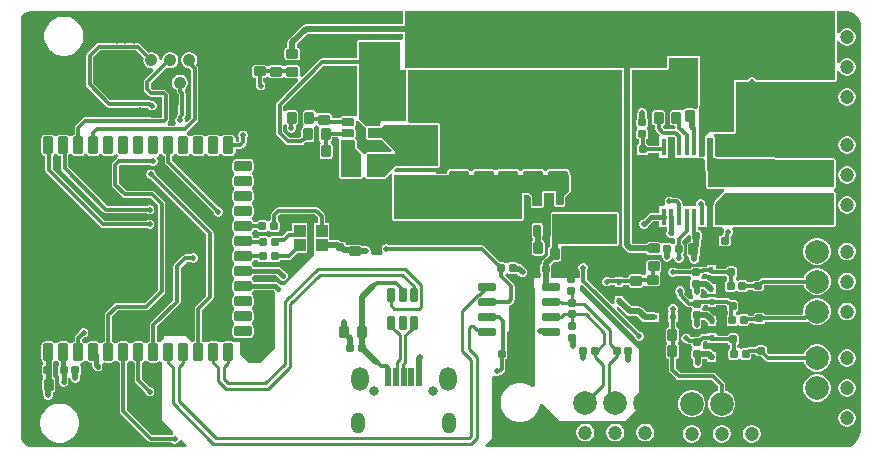
<source format=gbr>
%TF.GenerationSoftware,Altium Limited,Altium Designer,25.4.2 (15)*%
G04 Layer_Physical_Order=1*
G04 Layer_Color=255*
%FSLAX45Y45*%
%MOMM*%
%TF.SameCoordinates,9A986A7D-484F-4AC0-AE4B-942BB78B8B2C*%
%TF.FilePolarity,Positive*%
%TF.FileFunction,Copper,L1,Top,Signal*%
%TF.Part,Single*%
G01*
G75*
%TA.AperFunction,ConnectorPad*%
G04:AMPARAMS|DCode=10|XSize=0.45mm|YSize=1.6mm|CornerRadius=0.05625mm|HoleSize=0mm|Usage=FLASHONLY|Rotation=0.000|XOffset=0mm|YOffset=0mm|HoleType=Round|Shape=RoundedRectangle|*
%AMROUNDEDRECTD10*
21,1,0.45000,1.48750,0,0,0.0*
21,1,0.33750,1.60000,0,0,0.0*
1,1,0.11250,0.16875,-0.74375*
1,1,0.11250,-0.16875,-0.74375*
1,1,0.11250,-0.16875,0.74375*
1,1,0.11250,0.16875,0.74375*
%
%ADD10ROUNDEDRECTD10*%
%TA.AperFunction,SMDPad,CuDef*%
G04:AMPARAMS|DCode=11|XSize=0.6mm|YSize=0.7mm|CornerRadius=0.075mm|HoleSize=0mm|Usage=FLASHONLY|Rotation=90.000|XOffset=0mm|YOffset=0mm|HoleType=Round|Shape=RoundedRectangle|*
%AMROUNDEDRECTD11*
21,1,0.60000,0.55000,0,0,90.0*
21,1,0.45000,0.70000,0,0,90.0*
1,1,0.15000,0.27500,0.22500*
1,1,0.15000,0.27500,-0.22500*
1,1,0.15000,-0.27500,-0.22500*
1,1,0.15000,-0.27500,0.22500*
%
%ADD11ROUNDEDRECTD11*%
G04:AMPARAMS|DCode=12|XSize=0.9mm|YSize=0.9mm|CornerRadius=0.1125mm|HoleSize=0mm|Usage=FLASHONLY|Rotation=90.000|XOffset=0mm|YOffset=0mm|HoleType=Round|Shape=RoundedRectangle|*
%AMROUNDEDRECTD12*
21,1,0.90000,0.67500,0,0,90.0*
21,1,0.67500,0.90000,0,0,90.0*
1,1,0.22500,0.33750,0.33750*
1,1,0.22500,0.33750,-0.33750*
1,1,0.22500,-0.33750,-0.33750*
1,1,0.22500,-0.33750,0.33750*
%
%ADD12ROUNDEDRECTD12*%
%TA.AperFunction,ConnectorPad*%
G04:AMPARAMS|DCode=13|XSize=1.5mm|YSize=0.9mm|CornerRadius=0.225mm|HoleSize=0mm|Usage=FLASHONLY|Rotation=90.000|XOffset=0mm|YOffset=0mm|HoleType=Round|Shape=RoundedRectangle|*
%AMROUNDEDRECTD13*
21,1,1.50000,0.45000,0,0,90.0*
21,1,1.05000,0.90000,0,0,90.0*
1,1,0.45000,0.22500,0.52500*
1,1,0.45000,0.22500,-0.52500*
1,1,0.45000,-0.22500,-0.52500*
1,1,0.45000,-0.22500,0.52500*
%
%ADD13ROUNDEDRECTD13*%
G04:AMPARAMS|DCode=14|XSize=1.5mm|YSize=0.9mm|CornerRadius=0.225mm|HoleSize=0mm|Usage=FLASHONLY|Rotation=180.000|XOffset=0mm|YOffset=0mm|HoleType=Round|Shape=RoundedRectangle|*
%AMROUNDEDRECTD14*
21,1,1.50000,0.45000,0,0,180.0*
21,1,1.05000,0.90000,0,0,180.0*
1,1,0.45000,-0.52500,0.22500*
1,1,0.45000,0.52500,0.22500*
1,1,0.45000,0.52500,-0.22500*
1,1,0.45000,-0.52500,-0.22500*
%
%ADD14ROUNDEDRECTD14*%
G04:AMPARAMS|DCode=15|XSize=1.6mm|YSize=3.5mm|CornerRadius=0.2mm|HoleSize=0mm|Usage=FLASHONLY|Rotation=0.000|XOffset=0mm|YOffset=0mm|HoleType=Round|Shape=RoundedRectangle|*
%AMROUNDEDRECTD15*
21,1,1.60000,3.10000,0,0,0.0*
21,1,1.20000,3.50000,0,0,0.0*
1,1,0.40000,0.60000,-1.55000*
1,1,0.40000,-0.60000,-1.55000*
1,1,0.40000,-0.60000,1.55000*
1,1,0.40000,0.60000,1.55000*
%
%ADD15ROUNDEDRECTD15*%
%TA.AperFunction,SMDPad,CuDef*%
G04:AMPARAMS|DCode=16|XSize=0.6mm|YSize=1.45mm|CornerRadius=0.075mm|HoleSize=0mm|Usage=FLASHONLY|Rotation=90.000|XOffset=0mm|YOffset=0mm|HoleType=Round|Shape=RoundedRectangle|*
%AMROUNDEDRECTD16*
21,1,0.60000,1.30000,0,0,90.0*
21,1,0.45000,1.45000,0,0,90.0*
1,1,0.15000,0.65000,0.22500*
1,1,0.15000,0.65000,-0.22500*
1,1,0.15000,-0.65000,-0.22500*
1,1,0.15000,-0.65000,0.22500*
%
%ADD16ROUNDEDRECTD16*%
G04:AMPARAMS|DCode=17|XSize=0.8mm|YSize=1mm|CornerRadius=0.1mm|HoleSize=0mm|Usage=FLASHONLY|Rotation=270.000|XOffset=0mm|YOffset=0mm|HoleType=Round|Shape=RoundedRectangle|*
%AMROUNDEDRECTD17*
21,1,0.80000,0.80000,0,0,270.0*
21,1,0.60000,1.00000,0,0,270.0*
1,1,0.20000,-0.40000,-0.30000*
1,1,0.20000,-0.40000,0.30000*
1,1,0.20000,0.40000,0.30000*
1,1,0.20000,0.40000,-0.30000*
%
%ADD17ROUNDEDRECTD17*%
G04:AMPARAMS|DCode=18|XSize=1.4mm|YSize=1.7mm|CornerRadius=0.175mm|HoleSize=0mm|Usage=FLASHONLY|Rotation=270.000|XOffset=0mm|YOffset=0mm|HoleType=Round|Shape=RoundedRectangle|*
%AMROUNDEDRECTD18*
21,1,1.40000,1.35000,0,0,270.0*
21,1,1.05000,1.70000,0,0,270.0*
1,1,0.35000,-0.67500,-0.52500*
1,1,0.35000,-0.67500,0.52500*
1,1,0.35000,0.67500,0.52500*
1,1,0.35000,0.67500,-0.52500*
%
%ADD18ROUNDEDRECTD18*%
G04:AMPARAMS|DCode=19|XSize=1.4mm|YSize=1.7mm|CornerRadius=0.175mm|HoleSize=0mm|Usage=FLASHONLY|Rotation=180.000|XOffset=0mm|YOffset=0mm|HoleType=Round|Shape=RoundedRectangle|*
%AMROUNDEDRECTD19*
21,1,1.40000,1.35000,0,0,180.0*
21,1,1.05000,1.70000,0,0,180.0*
1,1,0.35000,-0.52500,0.67500*
1,1,0.35000,0.52500,0.67500*
1,1,0.35000,0.52500,-0.67500*
1,1,0.35000,-0.52500,-0.67500*
%
%ADD19ROUNDEDRECTD19*%
G04:AMPARAMS|DCode=20|XSize=0.8mm|YSize=1mm|CornerRadius=0.1mm|HoleSize=0mm|Usage=FLASHONLY|Rotation=0.000|XOffset=0mm|YOffset=0mm|HoleType=Round|Shape=RoundedRectangle|*
%AMROUNDEDRECTD20*
21,1,0.80000,0.80000,0,0,0.0*
21,1,0.60000,1.00000,0,0,0.0*
1,1,0.20000,0.30000,-0.40000*
1,1,0.20000,-0.30000,-0.40000*
1,1,0.20000,-0.30000,0.40000*
1,1,0.20000,0.30000,0.40000*
%
%ADD20ROUNDEDRECTD20*%
%ADD21R,1.00000X1.00000*%
G04:AMPARAMS|DCode=22|XSize=0.6mm|YSize=0.7mm|CornerRadius=0.075mm|HoleSize=0mm|Usage=FLASHONLY|Rotation=0.000|XOffset=0mm|YOffset=0mm|HoleType=Round|Shape=RoundedRectangle|*
%AMROUNDEDRECTD22*
21,1,0.60000,0.55000,0,0,0.0*
21,1,0.45000,0.70000,0,0,0.0*
1,1,0.15000,0.22500,-0.27500*
1,1,0.15000,-0.22500,-0.27500*
1,1,0.15000,-0.22500,0.27500*
1,1,0.15000,0.22500,0.27500*
%
%ADD22ROUNDEDRECTD22*%
%ADD23R,0.42000X0.55000*%
%ADD24R,0.55000X0.42000*%
G04:AMPARAMS|DCode=25|XSize=0.6mm|YSize=1.05mm|CornerRadius=0.075mm|HoleSize=0mm|Usage=FLASHONLY|Rotation=0.000|XOffset=0mm|YOffset=0mm|HoleType=Round|Shape=RoundedRectangle|*
%AMROUNDEDRECTD25*
21,1,0.60000,0.90000,0,0,0.0*
21,1,0.45000,1.05000,0,0,0.0*
1,1,0.15000,0.22500,-0.45000*
1,1,0.15000,-0.22500,-0.45000*
1,1,0.15000,-0.22500,0.45000*
1,1,0.15000,0.22500,0.45000*
%
%ADD25ROUNDEDRECTD25*%
G04:AMPARAMS|DCode=26|XSize=1.27mm|YSize=2.1mm|CornerRadius=0.15875mm|HoleSize=0mm|Usage=FLASHONLY|Rotation=90.000|XOffset=0mm|YOffset=0mm|HoleType=Round|Shape=RoundedRectangle|*
%AMROUNDEDRECTD26*
21,1,1.27000,1.78250,0,0,90.0*
21,1,0.95250,2.10000,0,0,90.0*
1,1,0.31750,0.89125,0.47625*
1,1,0.31750,0.89125,-0.47625*
1,1,0.31750,-0.89125,-0.47625*
1,1,0.31750,-0.89125,0.47625*
%
%ADD26ROUNDEDRECTD26*%
G04:AMPARAMS|DCode=27|XSize=0.7mm|YSize=1mm|CornerRadius=0.0875mm|HoleSize=0mm|Usage=FLASHONLY|Rotation=270.000|XOffset=0mm|YOffset=0mm|HoleType=Round|Shape=RoundedRectangle|*
%AMROUNDEDRECTD27*
21,1,0.70000,0.82500,0,0,270.0*
21,1,0.52500,1.00000,0,0,270.0*
1,1,0.17500,-0.41250,-0.26250*
1,1,0.17500,-0.41250,0.26250*
1,1,0.17500,0.41250,0.26250*
1,1,0.17500,0.41250,-0.26250*
%
%ADD27ROUNDEDRECTD27*%
G04:AMPARAMS|DCode=28|XSize=1mm|YSize=1.7mm|CornerRadius=0.125mm|HoleSize=0mm|Usage=FLASHONLY|Rotation=180.000|XOffset=0mm|YOffset=0mm|HoleType=Round|Shape=RoundedRectangle|*
%AMROUNDEDRECTD28*
21,1,1.00000,1.45000,0,0,180.0*
21,1,0.75000,1.70000,0,0,180.0*
1,1,0.25000,-0.37500,0.72500*
1,1,0.25000,0.37500,0.72500*
1,1,0.25000,0.37500,-0.72500*
1,1,0.25000,-0.37500,-0.72500*
%
%ADD28ROUNDEDRECTD28*%
%ADD29R,3.30000X0.95000*%
%ADD30R,2.31000X2.46000*%
%ADD31R,0.45000X1.47500*%
G04:AMPARAMS|DCode=32|XSize=0.6mm|YSize=1.2mm|CornerRadius=0.075mm|HoleSize=0mm|Usage=FLASHONLY|Rotation=0.000|XOffset=0mm|YOffset=0mm|HoleType=Round|Shape=RoundedRectangle|*
%AMROUNDEDRECTD32*
21,1,0.60000,1.05000,0,0,0.0*
21,1,0.45000,1.20000,0,0,0.0*
1,1,0.15000,0.22500,-0.52500*
1,1,0.15000,-0.22500,-0.52500*
1,1,0.15000,-0.22500,0.52500*
1,1,0.15000,0.22500,0.52500*
%
%ADD32ROUNDEDRECTD32*%
%TA.AperFunction,Conductor*%
%ADD33C,0.30000*%
%ADD34C,0.50000*%
%ADD35C,0.27062*%
%ADD36C,0.38100*%
%ADD37C,0.80000*%
%ADD38C,0.20000*%
%ADD39C,1.00000*%
%TA.AperFunction,ComponentPad*%
%ADD40C,1.20000*%
%ADD41C,2.00000*%
%ADD42C,0.80000*%
%ADD43O,1.15000X1.80000*%
%ADD44O,1.45000X2.00000*%
%ADD45C,3.10000*%
%ADD46C,1.05000*%
%TA.AperFunction,ViaPad*%
%ADD47C,0.50000*%
G36*
X13733267Y9064751D02*
X13758121Y9054457D01*
X13775359Y9042938D01*
X13789999Y9029999D01*
X13802171Y9015326D01*
X13808344Y9006090D01*
X13816064Y8987450D01*
X13820000Y8967662D01*
Y8957574D01*
Y5530711D01*
Y5513897D01*
X13813438Y5480916D01*
X13800571Y5449849D01*
X13781889Y5421889D01*
X13762866Y5402867D01*
X13746091Y5391657D01*
X13727451Y5383936D01*
X13707661Y5380000D01*
X10646131D01*
X10638478Y5398478D01*
X10700000Y5460000D01*
Y5974142D01*
X10706026Y5978877D01*
X10720000Y5984864D01*
X10730541Y5980498D01*
X10746454D01*
X10761155Y5986588D01*
X10764968Y5990400D01*
X10771705Y5991741D01*
X10781629Y5998371D01*
X10800328Y6017071D01*
X10800329Y6017071D01*
X10806960Y6026995D01*
X10809288Y6038700D01*
X10809288Y6038701D01*
Y6122668D01*
X10809979Y6122806D01*
X10817422Y6127779D01*
X10822395Y6135221D01*
X10824141Y6144000D01*
Y6199000D01*
X10822395Y6207779D01*
X10820588Y6210483D01*
Y6350588D01*
X10840000Y6370000D01*
Y6577970D01*
X10849906Y6579941D01*
X10859829Y6586572D01*
X10881629Y6608371D01*
X10888259Y6618295D01*
X10890588Y6630000D01*
X10890588Y6630001D01*
Y6739998D01*
X10890588Y6740000D01*
X10888259Y6751705D01*
X10881629Y6761629D01*
X10881628Y6761629D01*
X10810996Y6832261D01*
X10810932Y6834739D01*
X10818161Y6842157D01*
X10832979Y6854479D01*
X10840421Y6849506D01*
X10849200Y6847760D01*
X10874973D01*
X10876700Y6847416D01*
X10876701Y6847417D01*
X10912200D01*
X10927906Y6831710D01*
X10931246Y6829478D01*
X10934086Y6826638D01*
X10937797Y6825101D01*
X10941137Y6822870D01*
X10945077Y6822086D01*
X10948788Y6820549D01*
X10952804D01*
X10956744Y6819765D01*
X10960685Y6820549D01*
X10964701D01*
X10968412Y6822086D01*
X10972351Y6822870D01*
X10975692Y6825101D01*
X10979402Y6826638D01*
X10982242Y6829478D01*
X10985583Y6831710D01*
X10987815Y6835051D01*
X10990655Y6837891D01*
X10992192Y6841602D01*
X10994424Y6844942D01*
X10995207Y6848881D01*
X10996744Y6852592D01*
Y6856608D01*
X10997528Y6860549D01*
X10996744Y6864489D01*
Y6868505D01*
X10995207Y6872216D01*
X10994424Y6876156D01*
X10992192Y6879496D01*
X10990655Y6883207D01*
X10987815Y6886047D01*
X10985583Y6889387D01*
X10957931Y6917038D01*
X10944700Y6925879D01*
X10929093Y6928984D01*
X10915394Y6934479D01*
X10910421Y6941922D01*
X10902979Y6946895D01*
X10894200Y6948641D01*
X10849200D01*
X10840421Y6946895D01*
X10832979Y6941922D01*
X10832811Y6941671D01*
X10832788Y6941662D01*
X10810611D01*
X10810588Y6941671D01*
X10810421Y6941922D01*
X10802979Y6946895D01*
X10794200Y6948641D01*
X10764517D01*
X10633379Y7079779D01*
X10623456Y7086409D01*
X10611750Y7088738D01*
X10611749Y7088738D01*
X9829159D01*
X9825837Y7092060D01*
X9811135Y7098150D01*
X9795222D01*
X9780521Y7092060D01*
X9769268Y7080808D01*
X9763179Y7066107D01*
Y7050193D01*
X9769268Y7035492D01*
X9774760Y7030000D01*
X9766614Y7010000D01*
X9682517D01*
X9681373Y7010741D01*
X9676989Y7015112D01*
X9671322Y7023899D01*
X9669154Y7030000D01*
X9670000Y7032043D01*
Y7036060D01*
X9670784Y7040000D01*
X9670000Y7043939D01*
Y7047956D01*
X9668463Y7051667D01*
X9667679Y7055607D01*
X9665447Y7058948D01*
X9663910Y7062658D01*
X9661071Y7065498D01*
X9658838Y7068838D01*
X9655498Y7071070D01*
X9652658Y7073910D01*
X9648948Y7075447D01*
X9645607Y7077679D01*
X9641668Y7078463D01*
X9637957Y7080000D01*
X9633940D01*
X9630000Y7080783D01*
X9599323D01*
X9596624Y7084824D01*
X9588354Y7090350D01*
X9578600Y7092290D01*
X9525080D01*
X9523600Y7092584D01*
X9523598Y7092584D01*
X9463940D01*
Y7097000D01*
X9462194Y7105779D01*
X9457221Y7113221D01*
X9449778Y7118195D01*
X9440999Y7119941D01*
X9419443D01*
X9410107Y7126179D01*
X9394499Y7129284D01*
X9394498Y7129284D01*
X9319300D01*
Y7278500D01*
X9284888D01*
Y7335699D01*
X9284888Y7335700D01*
X9282560Y7347405D01*
X9275929Y7357329D01*
X9231629Y7401629D01*
X9221705Y7408259D01*
X9210000Y7410588D01*
X9209999Y7410588D01*
X8890001D01*
X8890000Y7410588D01*
X8878295Y7408259D01*
X8868371Y7401629D01*
X8868371Y7401628D01*
X8831571Y7364829D01*
X8824940Y7354905D01*
X8822612Y7343200D01*
X8822612Y7343198D01*
Y7300732D01*
X8821921Y7300594D01*
X8814478Y7295621D01*
X8814311Y7295371D01*
X8814288Y7295361D01*
X8792111D01*
X8792088Y7295371D01*
X8791921Y7295621D01*
X8784478Y7300594D01*
X8775699Y7302340D01*
X8730700D01*
X8721921Y7300594D01*
X8714478Y7295621D01*
X8709505Y7288179D01*
X8708194Y7281588D01*
X8679447D01*
X8678324Y7287232D01*
X8670036Y7299636D01*
X8666267Y7302154D01*
Y7325046D01*
X8670036Y7327564D01*
X8678324Y7339969D01*
X8681235Y7354600D01*
Y7399600D01*
X8678324Y7414232D01*
X8670036Y7426636D01*
X8666267Y7429154D01*
Y7452046D01*
X8670036Y7454564D01*
X8678324Y7466969D01*
X8681235Y7481600D01*
Y7526600D01*
X8678324Y7541232D01*
X8670036Y7553636D01*
X8666267Y7556154D01*
Y7579046D01*
X8670036Y7581564D01*
X8678324Y7593969D01*
X8681235Y7608600D01*
Y7653600D01*
X8678324Y7668232D01*
X8670036Y7680636D01*
X8666267Y7683154D01*
Y7706046D01*
X8670036Y7708564D01*
X8678324Y7720969D01*
X8681235Y7735600D01*
Y7780600D01*
X8678324Y7795232D01*
X8670036Y7807636D01*
X8657632Y7815924D01*
X8643000Y7818835D01*
X8538000D01*
X8523369Y7815924D01*
X8510964Y7807636D01*
X8502676Y7795232D01*
X8499766Y7780600D01*
Y7735600D01*
X8502676Y7720969D01*
X8510964Y7708564D01*
X8514733Y7706046D01*
Y7683154D01*
X8510964Y7680636D01*
X8502676Y7668232D01*
X8499766Y7653600D01*
Y7608600D01*
X8502676Y7593969D01*
X8510964Y7581564D01*
X8514733Y7579046D01*
Y7556154D01*
X8510964Y7553636D01*
X8502676Y7541232D01*
X8499766Y7526600D01*
Y7481600D01*
X8502676Y7466969D01*
X8510964Y7454564D01*
X8514733Y7452046D01*
Y7429154D01*
X8510964Y7426636D01*
X8502676Y7414232D01*
X8499766Y7399600D01*
Y7354600D01*
X8502676Y7339969D01*
X8510964Y7327564D01*
X8514733Y7325046D01*
Y7302154D01*
X8510964Y7299636D01*
X8502676Y7287232D01*
X8499766Y7272600D01*
Y7227600D01*
X8502676Y7212969D01*
X8510964Y7200564D01*
X8514733Y7198046D01*
Y7175154D01*
X8510964Y7172636D01*
X8502676Y7160232D01*
X8499766Y7145600D01*
Y7100600D01*
X8502676Y7085969D01*
X8510964Y7073564D01*
X8514733Y7071046D01*
Y7048154D01*
X8510964Y7045636D01*
X8502676Y7033232D01*
X8499766Y7018600D01*
Y6973600D01*
X8502676Y6958969D01*
X8510964Y6946564D01*
X8514733Y6944046D01*
Y6921154D01*
X8510964Y6918636D01*
X8502676Y6906232D01*
X8499766Y6891600D01*
Y6846600D01*
X8502676Y6831969D01*
X8510964Y6819564D01*
X8514733Y6817046D01*
Y6794154D01*
X8510964Y6791636D01*
X8502676Y6779232D01*
X8499766Y6764600D01*
Y6719600D01*
X8502676Y6704969D01*
X8510964Y6692564D01*
X8514733Y6690046D01*
Y6667154D01*
X8510964Y6664636D01*
X8502676Y6652232D01*
X8499766Y6637600D01*
Y6592600D01*
X8502676Y6577969D01*
X8510964Y6565564D01*
X8514733Y6563046D01*
Y6540154D01*
X8510964Y6537636D01*
X8502676Y6525232D01*
X8499766Y6510600D01*
Y6465600D01*
X8502676Y6450969D01*
X8510964Y6438564D01*
X8514733Y6436046D01*
Y6413154D01*
X8510964Y6410636D01*
X8502676Y6398232D01*
X8499766Y6383600D01*
Y6338600D01*
X8502676Y6323969D01*
X8510964Y6311564D01*
X8523369Y6303276D01*
X8538000Y6300366D01*
X8643000D01*
X8657632Y6303276D01*
X8670036Y6311564D01*
X8678324Y6323969D01*
X8681235Y6338600D01*
Y6383600D01*
X8678324Y6398232D01*
X8670036Y6410636D01*
X8666267Y6413154D01*
Y6436046D01*
X8670036Y6438564D01*
X8678324Y6450969D01*
X8681235Y6465600D01*
Y6510600D01*
X8678324Y6525232D01*
X8670036Y6537636D01*
X8666267Y6540154D01*
Y6563046D01*
X8670036Y6565564D01*
X8678324Y6577969D01*
X8681235Y6592600D01*
Y6637600D01*
X8678324Y6652232D01*
X8670036Y6664636D01*
X8666267Y6667154D01*
Y6690046D01*
X8670036Y6692564D01*
X8678324Y6704969D01*
X8678805Y6707383D01*
X8850299D01*
X8853084Y6704599D01*
X8856090Y6697342D01*
X8858784Y6694648D01*
X8860000Y6670000D01*
Y6220000D01*
X8730000Y6090000D01*
X8640000D01*
X8560000Y6170000D01*
Y6270000D01*
X8506260D01*
X8502632Y6272424D01*
X8488000Y6275335D01*
X8443000D01*
X8428368Y6272424D01*
X8424740Y6270000D01*
X8379260D01*
X8375632Y6272424D01*
X8361000Y6275335D01*
X8316000D01*
X8301368Y6272424D01*
X8297740Y6270000D01*
X8270000D01*
X8270000Y6270000D01*
Y6270000D01*
X8250490Y6271183D01*
X8248632Y6272424D01*
X8242088Y6273726D01*
Y6538830D01*
X8331628Y6628371D01*
X8331629Y6628371D01*
X8338259Y6638295D01*
X8340588Y6650000D01*
X8340588Y6650001D01*
Y7190000D01*
X8338259Y7201705D01*
X8331629Y7211629D01*
X7850000Y7693258D01*
Y7697957D01*
X7843910Y7712658D01*
X7832658Y7723910D01*
X7817956Y7730000D01*
X7802043D01*
X7787342Y7723910D01*
X7776090Y7712658D01*
X7770000Y7697957D01*
Y7682044D01*
X7776090Y7667342D01*
X7787342Y7656090D01*
X7802043Y7650000D01*
X7806742D01*
X8279412Y7177330D01*
Y6662670D01*
X8189871Y6573129D01*
X8183241Y6563206D01*
X8180912Y6551500D01*
X8180913Y6551499D01*
Y6284879D01*
X8162585Y6269689D01*
X8152888Y6269929D01*
X8145102Y6274899D01*
X8100000Y6320000D01*
X7920000D01*
Y6300000D01*
X7895816Y6275815D01*
X7888047Y6270065D01*
X7870273Y6270660D01*
X7867632Y6272424D01*
X7861088Y6273726D01*
Y6397830D01*
X8051628Y6588371D01*
X8051629Y6588371D01*
X8058259Y6598295D01*
X8060588Y6610000D01*
X8060588Y6610001D01*
Y6897330D01*
X8112670Y6949412D01*
X8144019D01*
X8147342Y6946090D01*
X8162043Y6940000D01*
X8177956D01*
X8192658Y6946090D01*
X8203910Y6957342D01*
X8210000Y6972043D01*
Y6987957D01*
X8203910Y7002658D01*
X8192658Y7013910D01*
X8177956Y7020000D01*
X8162043D01*
X8147342Y7013910D01*
X8144019Y7010588D01*
X8100001D01*
X8100000Y7010588D01*
X8088295Y7008259D01*
X8078371Y7001629D01*
X8078371Y7001628D01*
X8008371Y6931629D01*
X8001741Y6921705D01*
X7999412Y6910000D01*
X7999412Y6909999D01*
Y6622670D01*
X7808871Y6432129D01*
X7802241Y6422206D01*
X7799912Y6410500D01*
X7799913Y6410499D01*
Y6273726D01*
X7793368Y6272424D01*
X7780964Y6264136D01*
X7778446Y6260367D01*
X7755554D01*
X7753036Y6264136D01*
X7740632Y6272424D01*
X7726000Y6275335D01*
X7681000D01*
X7666368Y6272424D01*
X7653964Y6264136D01*
X7651446Y6260367D01*
X7628554D01*
X7626036Y6264136D01*
X7613632Y6272424D01*
X7599000Y6275335D01*
X7554000D01*
X7539368Y6272424D01*
X7526964Y6264136D01*
X7524446Y6260367D01*
X7501554D01*
X7499036Y6264136D01*
X7486632Y6272424D01*
X7480088Y6273726D01*
Y6486830D01*
X7532670Y6539412D01*
X7769999D01*
X7770000Y6539412D01*
X7781706Y6541741D01*
X7791629Y6548371D01*
X7921628Y6678370D01*
X7921629Y6678371D01*
X7928259Y6688294D01*
X7930588Y6700000D01*
X7930588Y6700001D01*
Y7439999D01*
X7930588Y7440000D01*
X7928259Y7451705D01*
X7921629Y7461629D01*
X7921628Y7461629D01*
X7841629Y7541629D01*
X7831705Y7548259D01*
X7820000Y7550588D01*
X7819999Y7550588D01*
X7602670D01*
X7540588Y7612670D01*
Y7757330D01*
X7552670Y7769412D01*
X7804019D01*
X7807342Y7766090D01*
X7822044Y7760000D01*
X7837957D01*
X7852658Y7766090D01*
X7863910Y7777342D01*
X7870000Y7792043D01*
Y7807956D01*
X7863910Y7822658D01*
X7861420Y7825149D01*
X7867632Y7846776D01*
X7880036Y7855065D01*
X7882554Y7858833D01*
X7905446D01*
X7907964Y7855065D01*
X7920368Y7846776D01*
X7926913Y7845475D01*
Y7794544D01*
X7926912Y7794543D01*
X7929241Y7782838D01*
X7935871Y7772914D01*
X8342044Y7366742D01*
Y7362043D01*
X8348133Y7347342D01*
X8359385Y7336090D01*
X8374087Y7330000D01*
X8390000D01*
X8404702Y7336090D01*
X8415954Y7347342D01*
X8422043Y7362043D01*
Y7377957D01*
X8415954Y7392658D01*
X8404702Y7403910D01*
X8390000Y7410000D01*
X8385301D01*
X7988088Y7807213D01*
Y7845475D01*
X7994632Y7846776D01*
X8007036Y7855065D01*
X8009554Y7858833D01*
X8032446D01*
X8034964Y7855065D01*
X8047368Y7846776D01*
X8062000Y7843866D01*
X8107000D01*
X8121632Y7846776D01*
X8134036Y7855065D01*
X8136554Y7858833D01*
X8159446D01*
X8161964Y7855065D01*
X8174368Y7846776D01*
X8189000Y7843866D01*
X8234000D01*
X8248632Y7846776D01*
X8261036Y7855065D01*
X8263554Y7858833D01*
X8286446D01*
X8288964Y7855065D01*
X8301368Y7846776D01*
X8316000Y7843866D01*
X8361000D01*
X8375632Y7846776D01*
X8388036Y7855065D01*
X8390554Y7858833D01*
X8413446D01*
X8415964Y7855065D01*
X8428368Y7846776D01*
X8443000Y7843866D01*
X8488000D01*
X8502632Y7846776D01*
X8515036Y7855065D01*
X8523324Y7867469D01*
X8526235Y7882100D01*
Y7904013D01*
X8564599D01*
X8564600Y7904012D01*
X8576306Y7906341D01*
X8586229Y7912971D01*
X8611629Y7938371D01*
X8618259Y7948295D01*
X8620588Y7960000D01*
X8620588Y7960001D01*
Y7994019D01*
X8623910Y7997342D01*
X8630000Y8012043D01*
Y8027957D01*
X8623910Y8042658D01*
X8612658Y8053910D01*
X8597957Y8060000D01*
X8582044D01*
X8567342Y8053910D01*
X8556090Y8042658D01*
X8550000Y8027957D01*
Y8012043D01*
X8556090Y7997342D01*
X8559412Y7994019D01*
Y7972670D01*
X8551930Y7965188D01*
X8526235D01*
Y7987100D01*
X8523324Y8001732D01*
X8515036Y8014136D01*
X8502632Y8022424D01*
X8488000Y8025335D01*
X8443000D01*
X8428368Y8022424D01*
X8415964Y8014136D01*
X8413446Y8010368D01*
X8390554D01*
X8388036Y8014136D01*
X8375632Y8022424D01*
X8361000Y8025335D01*
X8316000D01*
X8301368Y8022424D01*
X8288964Y8014136D01*
X8286446Y8010368D01*
X8263554D01*
X8261036Y8014136D01*
X8248632Y8022424D01*
X8234000Y8025335D01*
X8189000D01*
X8174368Y8022424D01*
X8161964Y8014136D01*
X8159446Y8010368D01*
X8136554D01*
X8134036Y8014136D01*
X8121632Y8022424D01*
X8113985Y8023945D01*
X8111845Y8044763D01*
X8116647Y8047971D01*
X8201628Y8132952D01*
X8201629Y8132953D01*
X8208259Y8142876D01*
X8210588Y8154582D01*
X8210588Y8154583D01*
Y8585949D01*
X8210588Y8585950D01*
X8208259Y8597655D01*
X8201629Y8607579D01*
X8201628Y8607579D01*
X8191169Y8618039D01*
X8197241Y8628556D01*
X8201841Y8645723D01*
Y8663496D01*
X8197241Y8680664D01*
X8188354Y8696056D01*
X8175787Y8708623D01*
X8160395Y8717510D01*
X8143228Y8722110D01*
X8125455D01*
X8108287Y8717510D01*
X8092895Y8708623D01*
X8080328Y8696056D01*
X8071441Y8680664D01*
X8066841Y8663496D01*
Y8645723D01*
X8071441Y8628556D01*
X8080328Y8613164D01*
X8092895Y8600596D01*
X8108287Y8591710D01*
X8125455Y8587110D01*
X8135583D01*
X8149412Y8573280D01*
Y8167251D01*
X8114218Y8132057D01*
X8107357Y8134183D01*
X8095740Y8141864D01*
Y8153697D01*
X8090873Y8165447D01*
X8094028Y8168603D01*
X8094029Y8168603D01*
X8100659Y8178527D01*
X8102988Y8190232D01*
X8102988Y8190233D01*
Y8375916D01*
X8100659Y8387621D01*
X8099360Y8389565D01*
X8096725Y8405078D01*
X8100324Y8415133D01*
X8108355Y8423164D01*
X8117241Y8438556D01*
X8121841Y8455723D01*
Y8473496D01*
X8117241Y8490664D01*
X8108355Y8506056D01*
X8095787Y8518623D01*
X8080395Y8527510D01*
X8063228Y8532110D01*
X8045455D01*
X8028287Y8527510D01*
X8012895Y8518623D01*
X8000328Y8506056D01*
X7991441Y8490664D01*
X7986841Y8473496D01*
Y8455723D01*
X7991441Y8438556D01*
X8000328Y8423164D01*
X8012895Y8410596D01*
X8027379Y8402234D01*
Y8390351D01*
X8027379Y8390349D01*
X8029707Y8378644D01*
X8036338Y8368720D01*
X8041812Y8363246D01*
Y8202902D01*
X8037938Y8199028D01*
X8031308Y8189104D01*
X8028979Y8177399D01*
X8028979Y8177398D01*
Y8175548D01*
X8021830Y8168398D01*
X8015740Y8153697D01*
Y8137784D01*
X8021830Y8123082D01*
X8024724Y8120188D01*
X8016440Y8100188D01*
X7962012D01*
X7960000Y8100588D01*
X7954308Y8105122D01*
X7952475Y8129700D01*
X7958319Y8135545D01*
X7958319Y8135545D01*
X7964950Y8145469D01*
X7967278Y8157174D01*
X7967278Y8157175D01*
Y8359135D01*
X7967278Y8359136D01*
X7964950Y8370841D01*
X7958319Y8380765D01*
X7958319Y8380765D01*
X7940746Y8398339D01*
X7930822Y8404969D01*
X7919117Y8407298D01*
X7919115Y8407297D01*
X7825960D01*
X7810588Y8422670D01*
Y8461908D01*
X7943280Y8594601D01*
X7948287Y8591710D01*
X7965455Y8587110D01*
X7983228D01*
X8000395Y8591710D01*
X8015787Y8600596D01*
X8028355Y8613164D01*
X8037241Y8628556D01*
X8041841Y8645723D01*
Y8663496D01*
X8037241Y8680664D01*
X8028355Y8696056D01*
X8015787Y8708623D01*
X8000395Y8717510D01*
X7983228Y8722110D01*
X7965455D01*
X7948287Y8717510D01*
X7932895Y8708623D01*
X7920328Y8696056D01*
X7911441Y8680664D01*
X7906841Y8663496D01*
Y8657456D01*
X7901841Y8653766D01*
X7881841Y8663497D01*
X7877241Y8680664D01*
X7868355Y8696056D01*
X7855787Y8708623D01*
X7840395Y8717510D01*
X7823228Y8722110D01*
X7805455D01*
X7793344Y8718865D01*
X7720580Y8791629D01*
X7710656Y8798259D01*
X7698951Y8800588D01*
X7698950Y8800588D01*
X7370000D01*
X7358295Y8798259D01*
X7348371Y8791629D01*
X7268371Y8711629D01*
X7261741Y8701705D01*
X7259412Y8690000D01*
X7259412Y8689999D01*
Y8450001D01*
X7259412Y8450000D01*
X7261741Y8438295D01*
X7268371Y8428371D01*
X7433371Y8263371D01*
X7443295Y8256741D01*
X7455000Y8254412D01*
X7455001Y8254412D01*
X7786419D01*
X7789347Y8247342D01*
X7800600Y8236090D01*
X7815301Y8230000D01*
X7831214D01*
X7845916Y8236090D01*
X7857168Y8247342D01*
X7863258Y8262043D01*
Y8277957D01*
X7857168Y8292658D01*
X7845916Y8303910D01*
X7831214Y8310000D01*
X7819429D01*
X7814551Y8313259D01*
X7802846Y8315588D01*
X7802844Y8315588D01*
X7467670D01*
X7320588Y8462670D01*
Y8677330D01*
X7382670Y8739412D01*
X7686281D01*
X7750086Y8675607D01*
X7746841Y8663496D01*
Y8645723D01*
X7751441Y8628556D01*
X7760328Y8613164D01*
X7772895Y8600596D01*
X7788287Y8591710D01*
X7805455Y8587110D01*
X7820990D01*
X7825353Y8581648D01*
X7830524Y8568359D01*
X7758371Y8496207D01*
X7751741Y8486283D01*
X7749412Y8474578D01*
X7749412Y8474576D01*
Y8410001D01*
X7749412Y8410000D01*
X7751741Y8398295D01*
X7758371Y8388371D01*
X7791661Y8355082D01*
X7791661Y8355081D01*
X7801585Y8348450D01*
X7813290Y8346122D01*
X7906103D01*
Y8170188D01*
X7816593D01*
X7814582Y8170588D01*
X7814581Y8170588D01*
X7250000D01*
X7238295Y8168259D01*
X7228371Y8161629D01*
X7173871Y8107129D01*
X7167241Y8097206D01*
X7164912Y8085500D01*
X7164913Y8085499D01*
Y8023726D01*
X7158368Y8022424D01*
X7145964Y8014136D01*
X7143446Y8010368D01*
X7120554D01*
X7118036Y8014136D01*
X7105632Y8022424D01*
X7091000Y8025335D01*
X7046000D01*
X7031368Y8022424D01*
X7018964Y8014136D01*
X7016446Y8010368D01*
X6993554D01*
X6991036Y8014136D01*
X6978632Y8022424D01*
X6964000Y8025335D01*
X6919000D01*
X6904368Y8022424D01*
X6891964Y8014136D01*
X6883676Y8001732D01*
X6880766Y7987100D01*
Y7882100D01*
X6883676Y7867469D01*
X6891964Y7855065D01*
X6904368Y7846776D01*
X6917238Y7844216D01*
Y7722175D01*
X6917238Y7722174D01*
X6919567Y7710469D01*
X6926197Y7700545D01*
X7382869Y7243874D01*
X7382869Y7243873D01*
X7392793Y7237243D01*
X7404498Y7234914D01*
X7772658D01*
X7775981Y7231592D01*
X7790682Y7225502D01*
X7806595D01*
X7821297Y7231592D01*
X7832549Y7242844D01*
X7838639Y7257546D01*
Y7273459D01*
X7832549Y7288160D01*
X7821297Y7299412D01*
X7806595Y7305502D01*
X7790682D01*
X7775981Y7299412D01*
X7772658Y7296090D01*
X7417168D01*
X6978414Y7734844D01*
Y7846733D01*
X6978632Y7846776D01*
X6991036Y7855065D01*
X6993554Y7858833D01*
X7016446D01*
X7018964Y7855065D01*
X7031368Y7846776D01*
X7046000Y7843866D01*
X7049412D01*
Y7740001D01*
X7049412Y7740000D01*
X7051741Y7728295D01*
X7058371Y7718371D01*
X7408371Y7368371D01*
X7418295Y7361741D01*
X7430000Y7359412D01*
X7430001Y7359412D01*
X7774019D01*
X7777342Y7356090D01*
X7792043Y7350000D01*
X7807956D01*
X7822658Y7356090D01*
X7833910Y7367342D01*
X7840000Y7382043D01*
Y7397957D01*
X7833910Y7412658D01*
X7822658Y7423910D01*
X7807956Y7430000D01*
X7792043D01*
X7777342Y7423910D01*
X7774019Y7420588D01*
X7442670D01*
X7110588Y7752670D01*
Y7850088D01*
X7118036Y7855065D01*
X7120554Y7858833D01*
X7143446D01*
X7145964Y7855065D01*
X7158368Y7846776D01*
X7173000Y7843866D01*
X7218000D01*
X7232632Y7846776D01*
X7245036Y7855065D01*
X7247554Y7858833D01*
X7270446D01*
X7272964Y7855065D01*
X7285368Y7846776D01*
X7300000Y7843866D01*
X7345000D01*
X7359632Y7846776D01*
X7372036Y7855065D01*
X7374554Y7858833D01*
X7397446D01*
X7399964Y7855065D01*
X7412368Y7846776D01*
X7427000Y7843866D01*
X7472000D01*
X7486632Y7846776D01*
X7499036Y7855065D01*
X7499685Y7856036D01*
X7520069Y7857197D01*
X7528398Y7848672D01*
X7528358Y7840747D01*
X7525522Y7826407D01*
X7518371Y7821629D01*
X7518371Y7821628D01*
X7488371Y7791629D01*
X7481741Y7781705D01*
X7479412Y7770000D01*
X7479412Y7769999D01*
Y7600001D01*
X7479412Y7600000D01*
X7481741Y7588295D01*
X7488371Y7578371D01*
X7568371Y7498371D01*
X7578295Y7491741D01*
X7590000Y7489412D01*
X7807330D01*
X7869412Y7427330D01*
Y6712670D01*
X7757330Y6600588D01*
X7520000D01*
X7508295Y6598259D01*
X7498371Y6591629D01*
X7498371Y6591628D01*
X7427871Y6521129D01*
X7421241Y6511206D01*
X7418912Y6499500D01*
X7418913Y6499499D01*
Y6273726D01*
X7412368Y6272424D01*
X7399964Y6264136D01*
X7397446Y6260367D01*
X7374554D01*
X7372036Y6264136D01*
X7359632Y6272424D01*
X7345000Y6275335D01*
X7300000D01*
X7285368Y6272424D01*
X7272964Y6264136D01*
X7270446Y6260367D01*
X7247554D01*
X7245036Y6264136D01*
X7232632Y6272424D01*
X7229017Y6273143D01*
X7226881Y6292724D01*
X7244157Y6310000D01*
X7247957D01*
X7262658Y6316090D01*
X7273910Y6327342D01*
X7280000Y6342043D01*
Y6357957D01*
X7273910Y6372658D01*
X7262658Y6383910D01*
X7247957Y6390000D01*
X7232043D01*
X7217342Y6383910D01*
X7206090Y6372658D01*
X7200000Y6357957D01*
Y6352358D01*
X7173871Y6326229D01*
X7167241Y6316306D01*
X7164912Y6304600D01*
X7164913Y6304599D01*
Y6273726D01*
X7158368Y6272424D01*
X7145964Y6264136D01*
X7143446Y6260367D01*
X7120554D01*
X7118036Y6264136D01*
X7105632Y6272424D01*
X7091000Y6275335D01*
X7046000D01*
X7031368Y6272424D01*
X7018964Y6264136D01*
X7016446Y6260367D01*
X6993554D01*
X6991036Y6264136D01*
X6978632Y6272424D01*
X6964000Y6275335D01*
X6919000D01*
X6904368Y6272424D01*
X6891964Y6264136D01*
X6883676Y6251732D01*
X6880766Y6237100D01*
Y6132100D01*
X6883676Y6117469D01*
X6891964Y6105064D01*
X6895806Y6102498D01*
X6896268Y6101181D01*
X6895805Y6080274D01*
X6894679Y6079522D01*
X6889706Y6072079D01*
X6887960Y6063300D01*
Y6008301D01*
X6889706Y5999522D01*
X6894679Y5992079D01*
X6900068Y5988478D01*
X6900354Y5976729D01*
X6898762Y5967383D01*
X6898076Y5966924D01*
X6892551Y5958655D01*
X6890611Y5948900D01*
Y5868900D01*
X6892551Y5859146D01*
X6898076Y5850877D01*
X6899217Y5850115D01*
Y5820000D01*
X6900000Y5816061D01*
Y5812043D01*
X6901537Y5808333D01*
X6902321Y5804393D01*
X6904553Y5801052D01*
X6906090Y5797342D01*
X6908930Y5794502D01*
X6911162Y5791162D01*
X6914502Y5788929D01*
X6917342Y5786090D01*
X6921052Y5784553D01*
X6924393Y5782321D01*
X6928333Y5781537D01*
X6932044Y5780000D01*
X6936061D01*
X6940000Y5779217D01*
X6943940Y5780000D01*
X6947957D01*
X6951668Y5781537D01*
X6955607Y5782321D01*
X6958948Y5784553D01*
X6962658Y5786090D01*
X6965498Y5788929D01*
X6968838Y5791162D01*
X6971071Y5794502D01*
X6973910Y5797342D01*
X6975447Y5801052D01*
X6977679Y5804393D01*
X6978463Y5808333D01*
X6980000Y5812043D01*
Y5816061D01*
X6980784Y5820000D01*
Y5844342D01*
X6985854Y5845351D01*
X6994124Y5850877D01*
X6999649Y5859146D01*
X7001590Y5868900D01*
Y5948900D01*
X6999649Y5958655D01*
X6994124Y5966924D01*
X6985854Y5972450D01*
X6984584Y5972702D01*
Y6100753D01*
X6991036Y6105064D01*
X6993554Y6108833D01*
X7016446D01*
X7018964Y6105064D01*
X7031368Y6096776D01*
X7035083Y6096037D01*
Y6074629D01*
X7032379Y6072822D01*
X7027406Y6065379D01*
X7025660Y6056600D01*
Y6001601D01*
X7027406Y5992822D01*
X7032379Y5985379D01*
X7035833Y5983071D01*
Y5952039D01*
X7030000Y5937957D01*
Y5922044D01*
X7036090Y5907342D01*
X7047342Y5896090D01*
X7062044Y5890000D01*
X7077957D01*
X7092658Y5896090D01*
X7103910Y5907342D01*
X7110000Y5922044D01*
Y5937957D01*
X7105267Y5949382D01*
Y5965456D01*
X7105712Y5966549D01*
X7109216Y5968929D01*
X7117450Y5967476D01*
X7123710Y5964475D01*
X7130000Y5958865D01*
Y5957443D01*
X7131537Y5953732D01*
X7132321Y5949793D01*
X7134553Y5946452D01*
X7136090Y5942742D01*
X7138929Y5939902D01*
X7141161Y5936561D01*
X7144502Y5934329D01*
X7147342Y5931490D01*
X7151052Y5929953D01*
X7154393Y5927721D01*
X7158332Y5926937D01*
X7162043Y5925400D01*
X7166060D01*
X7170000Y5924616D01*
X7173939Y5925400D01*
X7177956D01*
X7181667Y5926937D01*
X7185607Y5927721D01*
X7188948Y5929953D01*
X7192658Y5931490D01*
X7195498Y5934329D01*
X7198838Y5936561D01*
X7201070Y5939902D01*
X7203910Y5942742D01*
X7205447Y5946452D01*
X7207679Y5949793D01*
X7208463Y5953732D01*
X7210000Y5957443D01*
Y5961460D01*
X7210783Y5965400D01*
Y5986819D01*
X7214795Y5992822D01*
X7216541Y6001601D01*
Y6056600D01*
X7214795Y6065379D01*
X7209821Y6072822D01*
X7208259Y6073866D01*
X7214326Y6093866D01*
X7218000D01*
X7232632Y6096776D01*
X7245036Y6105064D01*
X7247554Y6108833D01*
X7270446D01*
X7272964Y6105064D01*
X7285368Y6096776D01*
X7300000Y6093866D01*
X7311604D01*
Y6076900D01*
X7314246Y6063614D01*
X7320000Y6055003D01*
Y6052044D01*
X7326090Y6037342D01*
X7337342Y6026090D01*
X7352043Y6020000D01*
X7367957D01*
X7382658Y6026090D01*
X7393910Y6037342D01*
X7400000Y6052044D01*
Y6067957D01*
X7394488Y6081263D01*
X7393972Y6083698D01*
X7394047Y6084965D01*
X7410259Y6096092D01*
X7412369Y6096776D01*
X7427000Y6093866D01*
X7472000D01*
X7486632Y6096776D01*
X7499036Y6105064D01*
X7501554Y6108833D01*
X7524446D01*
X7526964Y6105064D01*
X7539368Y6096776D01*
X7545913Y6095474D01*
Y5683501D01*
X7545912Y5683500D01*
X7548241Y5671794D01*
X7554871Y5661871D01*
X7788371Y5428372D01*
X7788371Y5428371D01*
X7798294Y5421741D01*
X7810000Y5419412D01*
X7984019D01*
X7987342Y5416090D01*
X8002043Y5410000D01*
X8017957D01*
X8032658Y5416090D01*
X8043910Y5427342D01*
X8046975Y5434741D01*
X8066284Y5440831D01*
X8069401Y5440599D01*
X8111523Y5398478D01*
X8103869Y5380000D01*
X6802338D01*
X6782550Y5383936D01*
X6763909Y5391657D01*
X6747133Y5402867D01*
X6740000Y5410000D01*
X6732866Y5417133D01*
X6721657Y5433909D01*
X6713936Y5452550D01*
X6710000Y5472338D01*
Y5482426D01*
Y9030000D01*
X6723051Y9043051D01*
X6742822Y9056262D01*
X6764790Y9065361D01*
X6788111Y9070000D01*
X9943764D01*
Y8960783D01*
X9120000D01*
X9104393Y8957679D01*
X9091162Y8948838D01*
X9091161Y8948838D01*
X8977161Y8834838D01*
X8968321Y8821607D01*
X8965216Y8806000D01*
X8965216Y8805998D01*
Y8764534D01*
X8956245Y8762749D01*
X8947976Y8757224D01*
X8942450Y8748954D01*
X8940510Y8739200D01*
Y8679200D01*
X8942450Y8669446D01*
X8947976Y8661176D01*
X8956245Y8655651D01*
X8966000Y8653710D01*
X9046000D01*
X9055754Y8655651D01*
X9064024Y8661176D01*
X9069549Y8669446D01*
X9071489Y8679200D01*
Y8739200D01*
X9069549Y8748954D01*
X9064024Y8757224D01*
X9055754Y8762749D01*
X9046783Y8764534D01*
Y8789106D01*
X9136893Y8879216D01*
X9943764D01*
Y8835328D01*
X9923764Y8824677D01*
X9920000Y8826236D01*
X9570000D01*
X9558519Y8821480D01*
X9553764Y8810000D01*
Y8670588D01*
X9260000D01*
X9248294Y8668259D01*
X9238371Y8661629D01*
X9238371Y8661628D01*
X9093248Y8516506D01*
X9089303Y8517193D01*
X9071489Y8529200D01*
Y8589200D01*
X9069549Y8598954D01*
X9064024Y8607224D01*
X9055754Y8612749D01*
X9046000Y8614690D01*
X8966000D01*
X8956245Y8612749D01*
X8947976Y8607224D01*
X8947228Y8606104D01*
X8925234Y8605730D01*
X8924855Y8605879D01*
X8924424Y8606524D01*
X8916154Y8612049D01*
X8906400Y8613990D01*
X8826400D01*
X8816646Y8612049D01*
X8810594Y8608005D01*
X8807414Y8606632D01*
X8787824Y8608824D01*
X8779554Y8614349D01*
X8769800Y8616290D01*
X8689800D01*
X8680046Y8614349D01*
X8671776Y8608824D01*
X8666251Y8600554D01*
X8664311Y8590800D01*
Y8530800D01*
X8666251Y8521046D01*
X8671776Y8512776D01*
X8680046Y8507251D01*
X8689800Y8505310D01*
X8699212D01*
Y8455613D01*
X8699212Y8455612D01*
X8700497Y8449155D01*
X8700000Y8447956D01*
Y8432043D01*
X8706090Y8417342D01*
X8717342Y8406090D01*
X8732043Y8400000D01*
X8747957D01*
X8762658Y8406090D01*
X8773910Y8417342D01*
X8780000Y8432043D01*
Y8447956D01*
X8773910Y8462658D01*
X8762658Y8473910D01*
X8760388Y8474850D01*
Y8505310D01*
X8769800D01*
X8779554Y8507251D01*
X8785607Y8511295D01*
X8788786Y8512669D01*
X8808377Y8510476D01*
X8816646Y8504951D01*
X8826400Y8503010D01*
X8906400D01*
X8916154Y8504951D01*
X8924424Y8510476D01*
X8925172Y8511596D01*
X8947165Y8511970D01*
X8947545Y8511821D01*
X8947976Y8511176D01*
X8956245Y8505651D01*
X8966000Y8503710D01*
X9045999D01*
X9058007Y8485897D01*
X9058694Y8481952D01*
X8878371Y8301629D01*
X8871741Y8291705D01*
X8869412Y8280000D01*
X8869412Y8279999D01*
Y8040001D01*
X8869412Y8040000D01*
X8871741Y8028295D01*
X8878371Y8018371D01*
X8948371Y7948371D01*
X8958295Y7941741D01*
X8970000Y7939412D01*
X9082479D01*
X9082480Y7939412D01*
X9094186Y7941741D01*
X9104109Y7948371D01*
X9116968Y7961230D01*
X9169200D01*
X9178954Y7963171D01*
X9187224Y7968696D01*
X9192749Y7976966D01*
X9194690Y7986720D01*
Y8066720D01*
X9192749Y8076474D01*
X9190852Y8079315D01*
X9196345Y8100872D01*
X9210039Y8107425D01*
X9218856Y8103876D01*
X9227126Y8098351D01*
X9227937Y8098189D01*
X9228060Y8098065D01*
X9235960Y8078325D01*
X9235884Y8076823D01*
X9235651Y8076474D01*
X9233711Y8066720D01*
Y7986720D01*
X9235651Y7976966D01*
X9241176Y7968696D01*
X9245153Y7966039D01*
X9246760Y7949845D01*
X9245498Y7943585D01*
X9245077Y7943304D01*
X9239551Y7935034D01*
X9237611Y7925280D01*
Y7845280D01*
X9239551Y7835526D01*
X9245077Y7827256D01*
X9253346Y7821731D01*
X9263101Y7819790D01*
X9323100D01*
X9332855Y7821731D01*
X9341124Y7827256D01*
X9346650Y7835526D01*
X9348590Y7845280D01*
Y7925280D01*
X9346650Y7935034D01*
X9341124Y7943304D01*
X9337147Y7945961D01*
X9335541Y7962155D01*
X9336802Y7968415D01*
X9337224Y7968696D01*
X9342749Y7976966D01*
X9344690Y7986720D01*
Y8002572D01*
X9393480D01*
X9404830Y7982572D01*
X9403764Y7980000D01*
Y7670000D01*
X9408519Y7658519D01*
X9420000Y7653764D01*
X9590000D01*
X9601481Y7658519D01*
X9605000Y7667016D01*
X9609349Y7667707D01*
X9620651D01*
X9625000Y7667016D01*
X9628519Y7658519D01*
X9640000Y7653764D01*
X9790000D01*
X9801481Y7658519D01*
X9838590Y7695629D01*
X9855545Y7684300D01*
X9853764Y7680000D01*
Y7310000D01*
X9858520Y7298520D01*
X9870000Y7293764D01*
X10950000D01*
X10961480Y7298520D01*
X10966236Y7310000D01*
Y7513764D01*
X11003275D01*
X11023764Y7493275D01*
Y7420000D01*
X11028519Y7408519D01*
X11040000Y7403764D01*
X11120000D01*
X11131481Y7408519D01*
X11136236Y7420000D01*
Y7533275D01*
X11136725Y7533764D01*
X11223764D01*
Y7430000D01*
X11228520Y7418520D01*
X11230724Y7417606D01*
X11231678Y7416178D01*
X11239121Y7411205D01*
X11247900Y7409459D01*
X11292899D01*
X11301678Y7411205D01*
X11309121Y7416178D01*
X11310381Y7418064D01*
X11311481Y7418520D01*
X11312777Y7421651D01*
X11314094Y7423621D01*
X11314556Y7425945D01*
X11316236Y7430000D01*
Y7493275D01*
X11361480Y7538519D01*
X11366236Y7550000D01*
Y7680000D01*
X11361480Y7691480D01*
X11355237Y7694067D01*
Y7700900D01*
X11352714Y7713580D01*
X11345531Y7724331D01*
X11334781Y7731514D01*
X11322100Y7734036D01*
X11187101D01*
X11174420Y7731514D01*
X11163669Y7724331D01*
X11159912Y7718707D01*
X11155778Y7717580D01*
X11141823D01*
X11137689Y7718707D01*
X11133931Y7724330D01*
X11123181Y7731514D01*
X11110500Y7734036D01*
X10975501D01*
X10962820Y7731514D01*
X10952069Y7724330D01*
X10948712Y7719306D01*
X10946130Y7718502D01*
X10929070D01*
X10926489Y7719306D01*
X10923131Y7724331D01*
X10912381Y7731514D01*
X10899700Y7734036D01*
X10764700D01*
X10752019Y7731514D01*
X10742077Y7724871D01*
X10741078Y7724350D01*
X10718715Y7726576D01*
X10718411Y7727031D01*
X10707661Y7734214D01*
X10694980Y7736737D01*
X10559980D01*
X10547299Y7734214D01*
X10536549Y7727031D01*
X10532791Y7721407D01*
X10528658Y7720280D01*
X10514702D01*
X10510569Y7721407D01*
X10506811Y7727031D01*
X10496061Y7734214D01*
X10483380Y7736737D01*
X10348380D01*
X10335699Y7734214D01*
X10324949Y7727031D01*
X10317766Y7716281D01*
X10315243Y7703600D01*
Y7696236D01*
X10227300D01*
Y7706980D01*
X9878225D01*
X9869941Y7726980D01*
X9886725Y7743764D01*
X10240000D01*
X10251481Y7748519D01*
X10256236Y7760000D01*
Y7860000D01*
Y8110000D01*
X10251481Y8121481D01*
X10240000Y8126236D01*
X10002183D01*
X9986236Y8140000D01*
Y8570000D01*
X9988751Y8573764D01*
X11799216D01*
Y7090691D01*
X11799216Y7090690D01*
X11802321Y7075083D01*
X11811162Y7061852D01*
X11840451Y7032563D01*
X11840451Y7032562D01*
X11853682Y7023721D01*
X11869289Y7020617D01*
X12002938D01*
X12007776Y7013377D01*
X12016045Y7007851D01*
X12025799Y7005911D01*
X12105799D01*
X12115554Y7007851D01*
X12119217Y7010298D01*
X12135114Y7004621D01*
X12139217Y7001439D01*
Y6990000D01*
X12140000Y6986060D01*
Y6982043D01*
X12141537Y6978333D01*
X12142321Y6974393D01*
X12144553Y6971052D01*
X12146090Y6967342D01*
X12148929Y6964502D01*
X12151162Y6961162D01*
X12154502Y6958929D01*
X12157342Y6956090D01*
X12161052Y6954553D01*
X12164393Y6952321D01*
X12168333Y6951537D01*
X12172043Y6950000D01*
X12176060D01*
X12180000Y6949216D01*
X12183940Y6950000D01*
X12187957D01*
X12191668Y6951537D01*
X12195607Y6952321D01*
X12198948Y6954553D01*
X12202658Y6956090D01*
X12205498Y6958929D01*
X12208838Y6961162D01*
X12211071Y6964502D01*
X12213910Y6967342D01*
X12215447Y6971052D01*
X12217679Y6974393D01*
X12218463Y6978333D01*
X12220000Y6982043D01*
X12228014Y6982864D01*
X12240000Y6972043D01*
X12246090Y6957342D01*
X12257342Y6946090D01*
X12272044Y6940000D01*
X12287957D01*
X12302658Y6946090D01*
X12313910Y6957342D01*
X12320000Y6972043D01*
Y6987957D01*
X12313911Y7002658D01*
X12316622Y7013679D01*
X12321594Y7021122D01*
X12323341Y7029901D01*
Y7084900D01*
X12321594Y7093679D01*
X12316621Y7101122D01*
X12309179Y7106095D01*
X12308488Y7106232D01*
Y7125230D01*
X12362260Y7179002D01*
X12382259Y7170717D01*
Y7163024D01*
X12381917Y7161300D01*
Y7118390D01*
X12372700D01*
X12362946Y7116450D01*
X12354676Y7110924D01*
X12349151Y7102655D01*
X12347210Y7092900D01*
Y7012900D01*
X12349151Y7003146D01*
X12354676Y6994877D01*
X12362946Y6989351D01*
X12369217Y6988104D01*
Y6970000D01*
X12370000Y6966060D01*
Y6962043D01*
X12371537Y6958333D01*
X12372321Y6954393D01*
X12374553Y6951052D01*
X12376090Y6947342D01*
X12378930Y6944502D01*
X12381162Y6941162D01*
X12384502Y6938929D01*
X12387342Y6936090D01*
X12391052Y6934553D01*
X12394393Y6932321D01*
X12398333Y6931537D01*
X12402044Y6930000D01*
X12406061D01*
X12410000Y6929217D01*
X12413940Y6930000D01*
X12417957D01*
X12421668Y6931537D01*
X12425607Y6932321D01*
X12428948Y6934553D01*
X12432658Y6936090D01*
X12435498Y6938929D01*
X12438838Y6941162D01*
X12441071Y6944502D01*
X12443910Y6947342D01*
X12445447Y6951052D01*
X12447679Y6954393D01*
X12448463Y6958333D01*
X12450000Y6962043D01*
Y6966060D01*
X12450784Y6970000D01*
Y6994966D01*
X12456249Y7003146D01*
X12458189Y7012900D01*
Y7064016D01*
X12460379Y7067293D01*
X12463484Y7082900D01*
X12463484Y7082902D01*
Y7120616D01*
X12466421Y7122579D01*
X12471394Y7130021D01*
X12473141Y7138800D01*
Y7193800D01*
X12471394Y7202579D01*
X12466421Y7210021D01*
X12458979Y7214994D01*
X12450200Y7216740D01*
X12442388D01*
Y7240150D01*
X12514300D01*
Y7417650D01*
X12514300D01*
X12503704Y7433261D01*
X12503648Y7433545D01*
Y7446834D01*
X12497558Y7461535D01*
X12486306Y7472787D01*
X12471604Y7478877D01*
X12455691D01*
X12440990Y7472787D01*
X12429738Y7461535D01*
X12423648Y7446834D01*
Y7430921D01*
X12414781Y7417650D01*
X12312388D01*
Y7438199D01*
X12312388Y7438200D01*
X12310059Y7449905D01*
X12303429Y7459829D01*
X12303428Y7459829D01*
X12282329Y7480929D01*
X12272405Y7487560D01*
X12260700Y7489888D01*
X12260699Y7489888D01*
X12249885D01*
X12246366Y7490588D01*
X12246365Y7490588D01*
X12225981D01*
X12222658Y7493910D01*
X12207957Y7500000D01*
X12192043D01*
X12177342Y7493910D01*
X12166090Y7482658D01*
X12160000Y7467957D01*
Y7452044D01*
X12166090Y7437342D01*
X12157497Y7417650D01*
X12114300D01*
Y7363617D01*
X12047648D01*
X12034363Y7360975D01*
X12023100Y7353449D01*
X11976186Y7306535D01*
X11963432Y7301252D01*
X11952180Y7290000D01*
X11946090Y7275298D01*
Y7259385D01*
X11952180Y7244684D01*
X11963432Y7233432D01*
X11978133Y7227342D01*
X11994046D01*
X12008748Y7233432D01*
X12020000Y7244684D01*
X12025283Y7257438D01*
X12062028Y7294183D01*
X12114300D01*
Y7240150D01*
X12182083D01*
Y7218652D01*
X12176090Y7212658D01*
X12170000Y7197957D01*
Y7182044D01*
X12176090Y7167342D01*
X12187342Y7156090D01*
X12202043Y7150000D01*
X12217957D01*
X12231403Y7155570D01*
X12237154Y7152531D01*
X12248444Y7143592D01*
X12247312Y7137900D01*
X12247312Y7137899D01*
Y7106232D01*
X12246621Y7106095D01*
X12239179Y7101122D01*
X12239012Y7100871D01*
X12238988Y7100862D01*
X12216811D01*
X12216788Y7100871D01*
X12216621Y7101122D01*
X12209179Y7106095D01*
X12200400Y7107841D01*
X12155400D01*
X12148077Y7106384D01*
X12146620Y7106095D01*
X12124096Y7109384D01*
X12122913Y7110033D01*
X12121645Y7110880D01*
X12115554Y7114950D01*
X12105799Y7116890D01*
X12025799D01*
X12016045Y7114950D01*
X12007776Y7109424D01*
X12002938Y7102184D01*
X11886182D01*
X11880783Y7107583D01*
Y8573764D01*
X12180000D01*
X12191481Y8578520D01*
X12196236Y8590000D01*
Y8673764D01*
X12443764D01*
Y8410280D01*
X12438198Y8248874D01*
X12427414Y8243768D01*
X12417934Y8241553D01*
X12411655Y8245749D01*
X12401901Y8247689D01*
X12341901D01*
X12332146Y8245749D01*
X12323877Y8240223D01*
X12323013Y8238930D01*
X12314009Y8232111D01*
X12299154Y8232649D01*
X12289400Y8234589D01*
X12229400D01*
X12219646Y8232649D01*
X12211376Y8227124D01*
X12205851Y8218854D01*
X12203910Y8209100D01*
Y8129100D01*
X12205851Y8119345D01*
X12211376Y8111076D01*
X12219646Y8105550D01*
X12229400Y8103610D01*
X12241706D01*
X12252787Y8084915D01*
X12252741Y8084676D01*
X12236407Y8070588D01*
X12162670D01*
X12148274Y8084984D01*
X12148587Y8092292D01*
X12152778Y8107972D01*
X12157424Y8111076D01*
X12162949Y8119345D01*
X12164890Y8129100D01*
Y8209100D01*
X12162949Y8218854D01*
X12157424Y8227124D01*
X12149154Y8232649D01*
X12139400Y8234589D01*
X12079400D01*
X12069646Y8232649D01*
X12061376Y8227124D01*
X12055851Y8218854D01*
X12053910Y8209100D01*
Y8129100D01*
X12055851Y8119345D01*
X12061376Y8111076D01*
X12069646Y8105550D01*
X12078812Y8103727D01*
Y8080601D01*
X12078812Y8080600D01*
X12081141Y8068894D01*
X12087771Y8058971D01*
X12121492Y8025250D01*
X12114300Y8005250D01*
X12114300Y8004200D01*
Y7930666D01*
X12021911D01*
X12021774Y7931358D01*
X12016801Y7938800D01*
X12009358Y7943773D01*
X12003547Y7944929D01*
Y7985757D01*
X12006251Y7986294D01*
X12013693Y7991267D01*
X12018666Y7998710D01*
X12020412Y8007489D01*
Y8052489D01*
X12018666Y8061268D01*
X12013693Y8068710D01*
X12013443Y8068877D01*
X12013433Y8068900D01*
Y8091077D01*
X12013443Y8091100D01*
X12013693Y8091268D01*
X12018666Y8098710D01*
X12020412Y8107489D01*
Y8152489D01*
X12018666Y8161268D01*
X12013693Y8168710D01*
X12010755Y8170673D01*
Y8209857D01*
X12010784Y8210000D01*
X12010000Y8213940D01*
Y8217957D01*
X12008463Y8221668D01*
X12007679Y8225607D01*
X12005447Y8228947D01*
X12003910Y8232658D01*
X12001070Y8235498D01*
X11998838Y8238838D01*
X11995498Y8241070D01*
X11992658Y8243910D01*
X11988947Y8245448D01*
X11985607Y8247679D01*
X11981667Y8248463D01*
X11977956Y8250000D01*
X11973940D01*
X11970000Y8250784D01*
X11966060Y8250000D01*
X11962043D01*
X11958332Y8248463D01*
X11954393Y8247679D01*
X11951053Y8245448D01*
X11947342Y8243910D01*
X11944502Y8241070D01*
X11941162Y8238838D01*
X11941133Y8238810D01*
X11938901Y8235470D01*
X11936090Y8232658D01*
X11934568Y8228985D01*
X11932293Y8225579D01*
X11931494Y8221563D01*
X11930000Y8217957D01*
Y8214054D01*
X11929188Y8209972D01*
X11929188Y8209971D01*
Y8170673D01*
X11926250Y8168710D01*
X11921277Y8161268D01*
X11919531Y8152489D01*
Y8107489D01*
X11921277Y8098710D01*
X11926250Y8091268D01*
X11926501Y8091100D01*
X11926510Y8091077D01*
Y8068900D01*
X11926501Y8068877D01*
X11926250Y8068710D01*
X11921277Y8061268D01*
X11919531Y8052489D01*
Y8007489D01*
X11921277Y7998710D01*
X11926250Y7991267D01*
X11933693Y7986294D01*
X11942372Y7984568D01*
Y7944881D01*
X11936801Y7943773D01*
X11929358Y7938800D01*
X11924385Y7931358D01*
X11922639Y7922579D01*
Y7877579D01*
X11924385Y7868800D01*
X11929358Y7861357D01*
X11936801Y7856384D01*
X11945580Y7854638D01*
X12000579D01*
X12009358Y7856384D01*
X12016801Y7861357D01*
X12021774Y7868800D01*
X12021911Y7869491D01*
X12114300D01*
Y7827750D01*
X12189300D01*
Y7989412D01*
X12189300Y8005250D01*
X12207576Y8009412D01*
X12237330D01*
X12244300Y8002442D01*
Y7827750D01*
X12440376D01*
X12450000Y7823764D01*
X12481407D01*
X12485111Y7825298D01*
X12500831Y7814604D01*
X12503764Y7811830D01*
Y7798750D01*
X12503973Y7798246D01*
X12503796Y7797729D01*
X12513764Y7639487D01*
Y7580000D01*
X12518520Y7568520D01*
X12530000Y7563764D01*
X12660054D01*
X12664033Y7543764D01*
X12658520Y7541480D01*
X12589298Y7472259D01*
X12588662Y7470723D01*
X12587279Y7469799D01*
X12581995Y7461891D01*
X12581671Y7460260D01*
X12580495Y7459084D01*
X12576855Y7450297D01*
Y7448634D01*
X12575931Y7447251D01*
X12574076Y7437922D01*
X12574163Y7437485D01*
X12574093Y7435665D01*
X12574006Y7435340D01*
X12573763Y7434755D01*
X12569299Y7417650D01*
X12569300Y7417650D01*
Y7240150D01*
X12644299D01*
X12644300Y7240150D01*
Y7240150D01*
X12653027Y7237879D01*
X12656135Y7234258D01*
X12663742Y7216990D01*
X12660000Y7207957D01*
Y7196291D01*
X12656501Y7191053D01*
X12654172Y7179348D01*
X12637887Y7170461D01*
X12631221Y7169135D01*
X12623779Y7164162D01*
X12618806Y7156719D01*
X12617059Y7147940D01*
Y7102941D01*
X12618806Y7094162D01*
X12623779Y7086719D01*
X12631221Y7081746D01*
X12640000Y7080000D01*
X12695000D01*
X12703779Y7081746D01*
X12711221Y7086719D01*
X12716194Y7094162D01*
X12717941Y7102941D01*
Y7147940D01*
X12716194Y7156719D01*
X12722658Y7166090D01*
X12733910Y7177342D01*
X12740000Y7192044D01*
Y7207957D01*
X12733910Y7222658D01*
X12732804Y7223764D01*
X12741089Y7243764D01*
X13589999D01*
X13601482Y7248519D01*
X13606236Y7260000D01*
Y7530000D01*
X13601482Y7541480D01*
X13592984Y7545000D01*
X13592291Y7549351D01*
Y7560649D01*
X13592984Y7565000D01*
X13601482Y7568520D01*
X13606236Y7580000D01*
Y7810000D01*
X13603886Y7815672D01*
X13601596Y7821364D01*
X13601515Y7821399D01*
X13601482Y7821480D01*
X13595811Y7823828D01*
X13590164Y7826235D01*
X12603910Y7836197D01*
X12591760Y7842272D01*
X12587991Y7842540D01*
X12585536Y7843557D01*
Y8000000D01*
X12580781Y8011481D01*
X12575268Y8013764D01*
X12579246Y8033764D01*
X12750000D01*
X12761480Y8038519D01*
X12766236Y8050000D01*
Y8410000D01*
Y8473764D01*
X12864989D01*
X12867972Y8475000D01*
X12871202Y8475000D01*
X12873485Y8477284D01*
X12876469Y8478519D01*
X12877570Y8481178D01*
X12880409Y8484017D01*
X12881046Y8485554D01*
X12882430Y8486478D01*
X12882867Y8487133D01*
X12883524Y8487571D01*
X12884447Y8488954D01*
X12885983Y8489590D01*
X12886539Y8490146D01*
X12887267Y8490447D01*
X12888441Y8491623D01*
X12890073Y8491947D01*
X12890729Y8492385D01*
X12891499Y8492539D01*
X12892883Y8493463D01*
X12894547D01*
X12895273Y8493764D01*
X12896062D01*
X12897597Y8494400D01*
X12899228Y8494076D01*
X12900000Y8494230D01*
X12900772Y8494076D01*
X12902403Y8494400D01*
X12903940Y8493764D01*
X12904727D01*
X12905453Y8493463D01*
X12907117D01*
X12908501Y8492539D01*
X12909273Y8492385D01*
X12909927Y8491947D01*
X12911559Y8491623D01*
X12912733Y8490447D01*
X12913461Y8490146D01*
X12914017Y8489590D01*
X12915553Y8488954D01*
X12916478Y8487571D01*
X12917133Y8487133D01*
X12917570Y8486478D01*
X12918954Y8485554D01*
X12919591Y8484017D01*
X12922430Y8481178D01*
X12923531Y8478519D01*
X12926515Y8477284D01*
X12928799Y8475000D01*
X12932028D01*
X12935011Y8473764D01*
X13600000D01*
X13611481Y8478519D01*
X13616235Y8490000D01*
Y8560487D01*
X13636237Y8564351D01*
X13643684Y8551449D01*
X13657649Y8537485D01*
X13674751Y8527611D01*
X13693826Y8522500D01*
X13713574D01*
X13732649Y8527611D01*
X13749751Y8537485D01*
X13763715Y8551449D01*
X13773589Y8568551D01*
X13778700Y8587626D01*
Y8607374D01*
X13773589Y8626449D01*
X13763715Y8643551D01*
X13749751Y8657515D01*
X13732649Y8667389D01*
X13713574Y8672500D01*
X13693826D01*
X13674751Y8667389D01*
X13657649Y8657515D01*
X13643684Y8643551D01*
X13636237Y8630649D01*
X13616235Y8634513D01*
Y8814487D01*
X13636237Y8818351D01*
X13643684Y8805449D01*
X13657649Y8791485D01*
X13674751Y8781611D01*
X13693826Y8776500D01*
X13713574D01*
X13732649Y8781611D01*
X13749751Y8791485D01*
X13763715Y8805449D01*
X13773589Y8822551D01*
X13778700Y8841626D01*
Y8861374D01*
X13773589Y8880449D01*
X13763715Y8897551D01*
X13749751Y8911515D01*
X13732649Y8921389D01*
X13713574Y8926500D01*
X13693826D01*
X13674751Y8921389D01*
X13657649Y8911515D01*
X13643684Y8897551D01*
X13636237Y8884649D01*
X13616235Y8888513D01*
Y9070000D01*
X13706882D01*
X13733267Y9064751D01*
D02*
G37*
G36*
X13600000Y8490000D02*
X12935011D01*
X12933910Y8492658D01*
X12931071Y8495498D01*
X12928839Y8498838D01*
X12925497Y8501071D01*
X12922658Y8503910D01*
X12918948Y8505447D01*
X12915607Y8507679D01*
X12911668Y8508463D01*
X12907957Y8510000D01*
X12903940D01*
X12900000Y8510784D01*
X12896062Y8510000D01*
X12892044D01*
X12888333Y8508463D01*
X12884393Y8507679D01*
X12881052Y8505447D01*
X12877342Y8503910D01*
X12874503Y8501071D01*
X12871162Y8498838D01*
X12868930Y8495498D01*
X12866090Y8492658D01*
X12864989Y8490000D01*
X12750000D01*
Y8410000D01*
Y8050000D01*
X12540000D01*
X12500000Y8010000D01*
Y7856485D01*
X12495384Y7847517D01*
X12481407Y7840000D01*
X12450000D01*
Y8020000D01*
Y8120000D01*
X12460000Y8410000D01*
Y8690000D01*
X12180000D01*
Y8590000D01*
X9960000D01*
Y9075000D01*
X13600000Y9075000D01*
Y8490000D01*
D02*
G37*
G36*
X9553764Y8187315D02*
X9543521Y8181942D01*
X9533764Y8179435D01*
X9528097Y8183222D01*
X9518830Y8185065D01*
X9436330D01*
X9427063Y8183222D01*
X9419207Y8177972D01*
X9413958Y8170117D01*
X9412977Y8165187D01*
X9342369D01*
Y8181900D01*
X9340429Y8191654D01*
X9334904Y8199924D01*
X9326634Y8205449D01*
X9316880Y8207390D01*
X9236880D01*
X9227126Y8205449D01*
X9220209Y8206876D01*
X9206393Y8214530D01*
X9205449Y8219274D01*
X9199923Y8227544D01*
X9191654Y8233069D01*
X9181900Y8235009D01*
X9121900D01*
X9112145Y8233069D01*
X9103876Y8227544D01*
X9098350Y8219274D01*
X9096410Y8209520D01*
Y8129520D01*
X9098350Y8119766D01*
X9103876Y8111496D01*
X9099599Y8090300D01*
X9099446Y8090269D01*
X9091176Y8084744D01*
X9085651Y8076474D01*
X9083711Y8066720D01*
Y8014110D01*
X9082571Y8013349D01*
X9082571Y8013348D01*
X9069810Y8000588D01*
X8982670D01*
X8930588Y8052670D01*
Y8106874D01*
X8950588Y8112261D01*
X8961597Y8101364D01*
X8960000Y8087956D01*
Y8072044D01*
X8966090Y8057342D01*
X8977342Y8046090D01*
X8992043Y8040000D01*
X9007957D01*
X9022658Y8046090D01*
X9033910Y8057342D01*
X9040000Y8072044D01*
Y8087956D01*
X9041654Y8105971D01*
X9049923Y8111496D01*
X9055449Y8119766D01*
X9057389Y8129520D01*
Y8209520D01*
X9055449Y8219274D01*
X9049923Y8227544D01*
X9041654Y8233069D01*
X9031900Y8235009D01*
X8971900D01*
X8962145Y8233069D01*
X8953876Y8227544D01*
X8950588Y8222623D01*
X8935216Y8224210D01*
X8930588Y8225949D01*
Y8267330D01*
X9272670Y8609412D01*
X9553764D01*
Y8187315D01*
D02*
G37*
G36*
X9920000Y8570000D02*
X9970000D01*
Y8140000D01*
X9760000D01*
Y8130000D01*
X9730000Y8100000D01*
X9630000D01*
X9570000Y8160000D01*
Y8810000D01*
X9920000D01*
Y8570000D01*
D02*
G37*
G36*
X9618519Y8088520D02*
X9630210Y8081986D01*
X9632115Y8065850D01*
Y8013350D01*
X9633764Y8005057D01*
Y8000000D01*
X9638519Y7988519D01*
X9650000Y7983764D01*
X9763275D01*
X9850803Y7896236D01*
X9842519Y7876236D01*
X9640000D01*
X9628519Y7871481D01*
X9625000Y7862984D01*
X9620652Y7862292D01*
X9609349D01*
X9605000Y7862984D01*
X9601481Y7871480D01*
X9556236Y7916725D01*
Y7970000D01*
X9551481Y7981481D01*
X9541481Y7991480D01*
X9541202Y8004083D01*
X9543045Y8013350D01*
Y8065850D01*
X9541202Y8075117D01*
X9537297Y8087100D01*
X9541202Y8099083D01*
X9543045Y8108350D01*
Y8137594D01*
X9563045Y8143994D01*
X9618519Y8088520D01*
D02*
G37*
G36*
X10240000Y7800000D02*
Y7760000D01*
X9880000D01*
X9790000Y7670000D01*
X9640000D01*
Y7860000D01*
X9880000D01*
Y7890000D01*
X9770000Y8000000D01*
X9650000D01*
Y8080000D01*
X9760000D01*
X9790000Y8110000D01*
X10240000D01*
Y7800000D01*
D02*
G37*
G36*
X9540000Y7970000D02*
Y7910000D01*
X9590000Y7860000D01*
Y7670000D01*
X9420000D01*
Y7980000D01*
X9530000D01*
X9540000Y7970000D01*
D02*
G37*
G36*
X12569300Y7827750D02*
X12584499D01*
X12600000Y7820000D01*
X13589999Y7810000D01*
Y7580000D01*
X12530000D01*
Y7640000D01*
X12520000Y7798750D01*
Y8000000D01*
X12569300D01*
Y7827750D01*
D02*
G37*
G36*
X11350000Y7550000D02*
X11300000Y7500000D01*
Y7430000D01*
X11240000D01*
Y7550000D01*
X11130000D01*
X11120000Y7540000D01*
Y7420000D01*
X11040000D01*
Y7500000D01*
X11010000Y7530000D01*
X10950000D01*
Y7310000D01*
X9870000D01*
Y7680000D01*
X11350000D01*
Y7550000D01*
D02*
G37*
G36*
X13589999Y7260000D02*
X12600000D01*
X12590000Y7264142D01*
Y7430000D01*
X12590000Y7434755D01*
X12591855Y7444084D01*
X12595495Y7452871D01*
X12600779Y7460779D01*
X12670000Y7530000D01*
X13589999D01*
Y7260000D01*
D02*
G37*
G36*
X9223713Y7323030D02*
Y7278500D01*
X9189300D01*
Y7148500D01*
Y7023501D01*
X9189300Y7023500D01*
X9193500Y7003500D01*
X8940615Y6750615D01*
X8914142Y6752426D01*
X8912658Y6753910D01*
X8897957Y6760000D01*
X8895877D01*
X8889228Y6766649D01*
X8877965Y6774175D01*
X8864680Y6776817D01*
X8678805D01*
X8678324Y6779232D01*
X8670036Y6791636D01*
X8666267Y6794154D01*
Y6817046D01*
X8670036Y6819564D01*
X8678324Y6831969D01*
X8678894Y6834833D01*
X8870806D01*
X8891040Y6814599D01*
X8894046Y6807342D01*
X8905298Y6796090D01*
X8920000Y6790000D01*
X8935913D01*
X8950615Y6796090D01*
X8961867Y6807342D01*
X8967956Y6822044D01*
Y6837957D01*
X8961867Y6852658D01*
X8950615Y6863910D01*
X8935913Y6870000D01*
X8933834D01*
X8909735Y6894099D01*
X8898472Y6901624D01*
X8885186Y6904267D01*
X8678715D01*
X8678324Y6906232D01*
X8670036Y6918636D01*
X8666267Y6921154D01*
Y6944046D01*
X8670036Y6946564D01*
X8678324Y6958969D01*
X8679427Y6964513D01*
X8715475D01*
X8716806Y6957821D01*
X8721779Y6950379D01*
X8729222Y6945406D01*
X8738001Y6943660D01*
X8783000D01*
X8791779Y6945406D01*
X8799222Y6950379D01*
X8799389Y6950629D01*
X8799412Y6950639D01*
X8821589D01*
X8821612Y6950629D01*
X8821779Y6950379D01*
X8829222Y6945406D01*
X8838001Y6943660D01*
X8883000D01*
X8891779Y6945406D01*
X8899222Y6950379D01*
X8904195Y6957821D01*
X8905327Y6963513D01*
X8974899D01*
X8974901Y6963512D01*
X8986606Y6965841D01*
X8996529Y6972471D01*
X9047558Y7023500D01*
X9134300D01*
Y7148500D01*
Y7278500D01*
X9004301D01*
Y7209488D01*
X8978902D01*
X8978900Y7209488D01*
X8967195Y7207160D01*
X8957271Y7200529D01*
X8922830Y7166088D01*
X8875500D01*
X8874761Y7165940D01*
X8838000D01*
X8829221Y7164194D01*
X8821779Y7159221D01*
X8821612Y7158971D01*
X8821588Y7158961D01*
X8799411D01*
X8799388Y7158971D01*
X8799221Y7159221D01*
X8791779Y7164194D01*
X8783000Y7165940D01*
X8738000D01*
X8729221Y7164194D01*
X8721779Y7159221D01*
X8716806Y7151779D01*
X8716429Y7149888D01*
X8680382D01*
X8678324Y7160232D01*
X8670036Y7172636D01*
X8666267Y7175154D01*
Y7198046D01*
X8670036Y7200564D01*
X8678324Y7212969D01*
X8679805Y7220412D01*
X8708552D01*
X8709505Y7215621D01*
X8714478Y7208179D01*
X8721921Y7203206D01*
X8730700Y7201459D01*
X8775699D01*
X8784478Y7203206D01*
X8791921Y7208179D01*
X8792088Y7208429D01*
X8792111Y7208438D01*
X8814288D01*
X8814311Y7208429D01*
X8814478Y7208179D01*
X8821921Y7203206D01*
X8830700Y7201459D01*
X8875700D01*
X8884479Y7203206D01*
X8891921Y7208179D01*
X8896894Y7215621D01*
X8898640Y7224400D01*
Y7279400D01*
X8896894Y7288179D01*
X8891921Y7295621D01*
X8884479Y7300594D01*
X8883787Y7300732D01*
Y7330530D01*
X8902670Y7349412D01*
X9197330D01*
X9223713Y7323030D01*
D02*
G37*
G36*
X7653964Y6105064D02*
X7666368Y6096776D01*
X7672913Y6095474D01*
Y5946501D01*
X7672912Y5946500D01*
X7675241Y5934794D01*
X7681871Y5924871D01*
X7760000Y5846742D01*
Y5842043D01*
X7766090Y5827342D01*
X7777342Y5816090D01*
X7792043Y5810000D01*
X7807956D01*
X7822658Y5816090D01*
X7833910Y5827342D01*
X7840000Y5842043D01*
Y5857957D01*
X7833910Y5872658D01*
X7822658Y5883910D01*
X7807956Y5890000D01*
X7803258D01*
X7734088Y5959170D01*
Y6095474D01*
X7740632Y6096776D01*
X7753036Y6105064D01*
X7755554Y6108833D01*
X7778446D01*
X7780964Y6105064D01*
X7793368Y6096776D01*
X7808000Y6093866D01*
X7853000D01*
X7867632Y6096776D01*
X7880036Y6105064D01*
X7900000Y6098943D01*
Y5610000D01*
X8000599Y5509401D01*
X8000831Y5506284D01*
X7994741Y5486975D01*
X7987342Y5483910D01*
X7984019Y5480588D01*
X7822670D01*
X7607088Y5696170D01*
Y6095474D01*
X7613632Y6096776D01*
X7626036Y6105064D01*
X7628554Y6108833D01*
X7651446D01*
X7653964Y6105064D01*
D02*
G37*
%LPC*%
G36*
X7088751Y9023500D02*
X7056249D01*
X7024371Y9017159D01*
X6994343Y9004721D01*
X6967319Y8986664D01*
X6944336Y8963681D01*
X6926279Y8936657D01*
X6913841Y8906629D01*
X6907500Y8874751D01*
Y8842249D01*
X6913841Y8810371D01*
X6926279Y8780343D01*
X6944336Y8753319D01*
X6967319Y8730336D01*
X6994343Y8712279D01*
X7024371Y8699841D01*
X7056249Y8693500D01*
X7088751D01*
X7120629Y8699841D01*
X7150657Y8712279D01*
X7177681Y8730336D01*
X7200664Y8753319D01*
X7218721Y8780343D01*
X7231159Y8810371D01*
X7237500Y8842249D01*
Y8874751D01*
X7231159Y8906629D01*
X7218721Y8936657D01*
X7200664Y8963681D01*
X7177681Y8986664D01*
X7150657Y9004721D01*
X7120629Y9017159D01*
X7088751Y9023500D01*
D02*
G37*
G36*
X13713574Y8418500D02*
X13693826D01*
X13674751Y8413389D01*
X13657649Y8403515D01*
X13643684Y8389551D01*
X13633810Y8372449D01*
X13628700Y8353374D01*
Y8333626D01*
X13633810Y8314551D01*
X13643684Y8297449D01*
X13657649Y8283485D01*
X13674751Y8273611D01*
X13693826Y8268500D01*
X13713574D01*
X13732649Y8273611D01*
X13749751Y8283485D01*
X13763715Y8297449D01*
X13773589Y8314551D01*
X13778700Y8333626D01*
Y8353374D01*
X13773589Y8372449D01*
X13763715Y8389551D01*
X13749751Y8403515D01*
X13732649Y8413389D01*
X13713574Y8418500D01*
D02*
G37*
G36*
Y8012500D02*
X13693826D01*
X13674751Y8007389D01*
X13657649Y7997515D01*
X13643684Y7983551D01*
X13633810Y7966449D01*
X13628700Y7947374D01*
Y7927626D01*
X13633810Y7908551D01*
X13643684Y7891449D01*
X13657649Y7877485D01*
X13674751Y7867611D01*
X13693826Y7862500D01*
X13713574D01*
X13732649Y7867611D01*
X13749751Y7877485D01*
X13763715Y7891449D01*
X13773589Y7908551D01*
X13778700Y7927626D01*
Y7947374D01*
X13773589Y7966449D01*
X13763715Y7983551D01*
X13749751Y7997515D01*
X13732649Y8007389D01*
X13713574Y8012500D01*
D02*
G37*
G36*
Y7758500D02*
X13693826D01*
X13674751Y7753389D01*
X13657649Y7743515D01*
X13643684Y7729551D01*
X13633810Y7712449D01*
X13628700Y7693374D01*
Y7673626D01*
X13633810Y7654551D01*
X13643684Y7637449D01*
X13657649Y7623485D01*
X13674751Y7613611D01*
X13693826Y7608500D01*
X13713574D01*
X13732649Y7613611D01*
X13749751Y7623485D01*
X13763715Y7637449D01*
X13773589Y7654551D01*
X13778700Y7673626D01*
Y7693374D01*
X13773589Y7712449D01*
X13763715Y7729551D01*
X13749751Y7743515D01*
X13732649Y7753389D01*
X13713574Y7758500D01*
D02*
G37*
G36*
Y7504500D02*
X13693826D01*
X13674751Y7499389D01*
X13657649Y7489515D01*
X13643684Y7475551D01*
X13633810Y7458449D01*
X13628700Y7439374D01*
Y7419626D01*
X13633810Y7400551D01*
X13643684Y7383449D01*
X13657649Y7369485D01*
X13674751Y7359611D01*
X13693826Y7354500D01*
X13713574D01*
X13732649Y7359611D01*
X13749751Y7369485D01*
X13763715Y7383449D01*
X13773589Y7400551D01*
X13778700Y7419626D01*
Y7439374D01*
X13773589Y7458449D01*
X13763715Y7475551D01*
X13749751Y7489515D01*
X13732649Y7499389D01*
X13713574Y7504500D01*
D02*
G37*
G36*
X11102900Y7280341D02*
X11057900D01*
X11049121Y7278594D01*
X11041678Y7273621D01*
X11036705Y7266179D01*
X11034959Y7257400D01*
Y7167400D01*
X11036705Y7158621D01*
X11041678Y7151178D01*
X11043466Y7149984D01*
Y7126689D01*
X11040076Y7124423D01*
X11034551Y7116154D01*
X11032610Y7106400D01*
Y7026400D01*
X11034551Y7016645D01*
X11040076Y7008376D01*
X11048346Y7002850D01*
X11058100Y7000910D01*
X11118100D01*
X11127854Y7002850D01*
X11136124Y7008376D01*
X11141649Y7016645D01*
X11143590Y7026400D01*
Y7106400D01*
X11141649Y7116154D01*
X11136124Y7124423D01*
X11127854Y7129949D01*
X11125033Y7130510D01*
Y7163343D01*
X11125840Y7167400D01*
Y7257400D01*
X11124094Y7266179D01*
X11119121Y7273621D01*
X11111679Y7278594D01*
X11102900Y7280341D01*
D02*
G37*
G36*
X13713574Y7110800D02*
X13693826D01*
X13674751Y7105689D01*
X13657649Y7095815D01*
X13643684Y7081851D01*
X13633810Y7064749D01*
X13628700Y7045674D01*
Y7025926D01*
X13633810Y7006851D01*
X13643684Y6989749D01*
X13657649Y6975785D01*
X13674751Y6965911D01*
X13693826Y6960800D01*
X13713574D01*
X13732649Y6965911D01*
X13749751Y6975785D01*
X13763715Y6989749D01*
X13773589Y7006851D01*
X13778700Y7025926D01*
Y7045674D01*
X13773589Y7064749D01*
X13763715Y7081851D01*
X13749751Y7095815D01*
X13732649Y7105689D01*
X13713574Y7110800D01*
D02*
G37*
G36*
X13464841Y7150800D02*
X13434560D01*
X13405312Y7142963D01*
X13379088Y7127823D01*
X13357677Y7106412D01*
X13342537Y7080188D01*
X13334700Y7050940D01*
Y7020660D01*
X13342537Y6991412D01*
X13357677Y6965188D01*
X13379088Y6943777D01*
X13405312Y6928637D01*
X13434560Y6920800D01*
X13464841D01*
X13494089Y6928637D01*
X13520312Y6943777D01*
X13541724Y6965188D01*
X13556863Y6991412D01*
X13564700Y7020660D01*
Y7050940D01*
X13556863Y7080188D01*
X13541724Y7106412D01*
X13520312Y7127823D01*
X13494089Y7142963D01*
X13464841Y7150800D01*
D02*
G37*
G36*
X12590400Y6917900D02*
X12518400D01*
Y6905988D01*
X12488401D01*
X12488400Y6905988D01*
X12484880Y6905288D01*
X12440900D01*
X12440161Y6905141D01*
X12398400D01*
X12389621Y6903394D01*
X12382179Y6898421D01*
X12377206Y6890979D01*
X12377098Y6890438D01*
X12256130D01*
X12252658Y6893910D01*
X12237956Y6900000D01*
X12222043D01*
X12207342Y6893910D01*
X12196090Y6882658D01*
X12190000Y6867957D01*
Y6852043D01*
X12196090Y6837342D01*
X12207342Y6826090D01*
X12222043Y6820000D01*
X12237956D01*
X12252658Y6826090D01*
X12255831Y6829262D01*
X12377038D01*
X12377206Y6828421D01*
X12382179Y6820979D01*
X12382429Y6820812D01*
X12382439Y6820788D01*
Y6798611D01*
X12382429Y6798588D01*
X12382179Y6798421D01*
X12377206Y6790979D01*
X12375460Y6782200D01*
Y6737200D01*
X12377206Y6728421D01*
X12382179Y6720979D01*
X12389217Y6716276D01*
Y6690000D01*
X12390000Y6686061D01*
Y6682044D01*
X12391537Y6678333D01*
X12392321Y6674393D01*
X12394553Y6671052D01*
X12396090Y6667342D01*
X12398929Y6664502D01*
X12401162Y6661162D01*
X12403497Y6659601D01*
X12403757Y6655723D01*
X12400993Y6643829D01*
X12398427Y6638873D01*
X12396021Y6638394D01*
X12388579Y6633421D01*
X12366842Y6636415D01*
X12324498Y6678760D01*
X12330000Y6692044D01*
Y6707957D01*
X12323910Y6722658D01*
X12312658Y6733910D01*
X12297957Y6740000D01*
X12282044D01*
X12267342Y6733910D01*
X12256090Y6722658D01*
X12250000Y6707957D01*
Y6692044D01*
X12256090Y6677342D01*
X12263239Y6670193D01*
Y6666174D01*
X12263239Y6666173D01*
X12265568Y6654468D01*
X12272198Y6644544D01*
X12343671Y6573072D01*
X12343671Y6573071D01*
X12353595Y6566441D01*
X12365300Y6564112D01*
X12383606Y6563421D01*
X12388579Y6555979D01*
X12388829Y6555812D01*
X12388839Y6555789D01*
Y6533612D01*
X12388829Y6533588D01*
X12388579Y6533421D01*
X12383606Y6525979D01*
X12381860Y6517200D01*
Y6472200D01*
X12383606Y6463421D01*
X12388579Y6455979D01*
X12389217Y6455553D01*
Y6420000D01*
X12390240Y6414855D01*
Y6408415D01*
X12396330Y6393713D01*
X12407582Y6382461D01*
X12422283Y6376371D01*
X12438196D01*
X12452898Y6382461D01*
X12464150Y6393713D01*
X12470240Y6408415D01*
Y6417266D01*
X12470784Y6420000D01*
Y6452479D01*
X12472935Y6453916D01*
X12499607D01*
X12524800Y6428723D01*
Y6407900D01*
X12596800D01*
Y6432279D01*
X12598479Y6434793D01*
X12601584Y6450400D01*
X12598479Y6466007D01*
X12596800Y6468520D01*
Y6492900D01*
X12575977D01*
X12545338Y6523538D01*
X12532107Y6532379D01*
X12516500Y6535484D01*
X12516499Y6535483D01*
X12481348D01*
X12475580Y6554497D01*
X12475758Y6555780D01*
X12475771Y6555812D01*
X12476022Y6555979D01*
X12480995Y6563421D01*
X12481385Y6565385D01*
X12494100Y6579112D01*
X12497620Y6579812D01*
X12524800D01*
Y6567900D01*
X12596800D01*
Y6579812D01*
X12675230D01*
X12678070Y6576972D01*
X12678071Y6576971D01*
X12687994Y6570341D01*
X12689286Y6570084D01*
Y6548658D01*
X12691033Y6539879D01*
X12694412Y6534821D01*
Y6501215D01*
X12691579Y6499322D01*
X12686606Y6491879D01*
X12684860Y6483100D01*
Y6428100D01*
X12686606Y6419321D01*
X12691579Y6411879D01*
X12699021Y6406906D01*
X12707800Y6405160D01*
X12752800D01*
X12761579Y6406906D01*
X12769021Y6411879D01*
X12769189Y6412129D01*
X12769212Y6412139D01*
X12791389D01*
X12791412Y6412129D01*
X12791579Y6411879D01*
X12799021Y6406906D01*
X12807800Y6405160D01*
X12852800D01*
X12861578Y6406906D01*
X12869022Y6411879D01*
X12873994Y6419321D01*
X12875742Y6428100D01*
Y6432062D01*
X12917755D01*
X12918478Y6430979D01*
X12925922Y6426005D01*
X12934702Y6424259D01*
X12989700D01*
X12998479Y6426005D01*
X13005922Y6430979D01*
X13010895Y6438421D01*
X13011032Y6439112D01*
X13347125D01*
X13347125Y6439112D01*
X13358832Y6441441D01*
X13367580Y6447286D01*
X13379088Y6435777D01*
X13405312Y6420637D01*
X13434560Y6412800D01*
X13464841D01*
X13494089Y6420637D01*
X13520312Y6435777D01*
X13541724Y6457188D01*
X13556863Y6483412D01*
X13564700Y6512660D01*
Y6542940D01*
X13556863Y6572188D01*
X13541724Y6598412D01*
X13520312Y6619823D01*
X13494089Y6634963D01*
X13464841Y6642800D01*
X13434560D01*
X13405312Y6634963D01*
X13379088Y6619823D01*
X13357677Y6598412D01*
X13342537Y6572188D01*
X13334700Y6542940D01*
Y6512660D01*
X13317310Y6500287D01*
X13011032D01*
X13010895Y6500979D01*
X13005922Y6508421D01*
X12998479Y6513394D01*
X12989700Y6515140D01*
X12934702D01*
X12925922Y6513394D01*
X12918478Y6508421D01*
X12913506Y6500979D01*
X12911967Y6493238D01*
X12873087D01*
X12869022Y6499322D01*
X12861578Y6504295D01*
X12852800Y6506041D01*
X12807800D01*
X12799021Y6504295D01*
X12791579Y6499322D01*
X12772621Y6499315D01*
X12763787Y6506630D01*
X12764936Y6517415D01*
X12768137Y6528887D01*
X12773448Y6532436D01*
X12778421Y6539879D01*
X12780167Y6548658D01*
Y6603657D01*
X12778421Y6612436D01*
X12773448Y6619879D01*
X12766006Y6624852D01*
X12757227Y6626598D01*
X12716797D01*
X12716405Y6626859D01*
X12714274Y6627283D01*
X12709529Y6632029D01*
X12699605Y6638659D01*
X12687900Y6640988D01*
X12687899Y6640988D01*
X12596800D01*
Y6652900D01*
X12524800D01*
Y6640988D01*
X12494802D01*
X12494800Y6640988D01*
X12491280Y6640288D01*
X12470925D01*
X12468389Y6643608D01*
X12458838Y6661162D01*
X12461071Y6664502D01*
X12463910Y6667342D01*
X12465447Y6671052D01*
X12467679Y6674393D01*
X12468463Y6678333D01*
X12470000Y6682044D01*
Y6686061D01*
X12470784Y6690000D01*
Y6718916D01*
X12493206D01*
X12507530Y6704593D01*
X12510551Y6700072D01*
X12518400Y6692223D01*
Y6672900D01*
X12590400D01*
Y6697279D01*
X12592079Y6699793D01*
X12595183Y6715400D01*
X12592079Y6731007D01*
X12590400Y6733520D01*
Y6757900D01*
X12569129D01*
X12568228Y6759249D01*
X12568227Y6759249D01*
X12538938Y6788538D01*
X12525707Y6797379D01*
X12510100Y6800484D01*
X12510098Y6800483D01*
X12474948D01*
X12469180Y6819497D01*
X12469358Y6820780D01*
X12469371Y6820812D01*
X12469621Y6820979D01*
X12474595Y6828421D01*
X12474985Y6830384D01*
X12487700Y6844112D01*
X12491220Y6844812D01*
X12518400D01*
Y6832900D01*
X12549859D01*
X12551594Y6831741D01*
X12563299Y6829413D01*
X12563301Y6829413D01*
X12679873D01*
X12681005Y6823722D01*
X12685978Y6816279D01*
X12690762Y6813083D01*
Y6791498D01*
X12686721Y6790695D01*
X12679279Y6785722D01*
X12674306Y6778279D01*
X12672560Y6769500D01*
Y6714500D01*
X12674306Y6705721D01*
X12679279Y6698279D01*
X12686721Y6693306D01*
X12695500Y6691560D01*
X12740500D01*
X12749279Y6693306D01*
X12756722Y6698279D01*
X12756889Y6698529D01*
X12756912Y6698539D01*
X12779089D01*
X12779112Y6698529D01*
X12779279Y6698279D01*
X12786721Y6693306D01*
X12795500Y6691560D01*
X12840500D01*
X12849278Y6693306D01*
X12856721Y6698279D01*
X12861694Y6705721D01*
X12863095Y6712763D01*
X12902547D01*
X12907079Y6705979D01*
X12914520Y6701006D01*
X12923300Y6699260D01*
X12978300D01*
X12987079Y6701006D01*
X12994521Y6705979D01*
X12999493Y6713421D01*
X13001241Y6722200D01*
Y6751212D01*
X13338840D01*
X13342537Y6737412D01*
X13357677Y6711188D01*
X13379088Y6689777D01*
X13405312Y6674637D01*
X13434560Y6666800D01*
X13464841D01*
X13494089Y6674637D01*
X13520312Y6689777D01*
X13541724Y6711188D01*
X13556863Y6737412D01*
X13564700Y6766660D01*
Y6796940D01*
X13556863Y6826188D01*
X13541724Y6852412D01*
X13520312Y6873823D01*
X13494089Y6888963D01*
X13464841Y6896800D01*
X13434560D01*
X13405312Y6888963D01*
X13379088Y6873823D01*
X13357677Y6852412D01*
X13342537Y6826188D01*
X13338840Y6812388D01*
X12988374D01*
X12988374Y6812388D01*
X12976669Y6810059D01*
X12966745Y6803429D01*
X12966745Y6803428D01*
X12953458Y6790141D01*
X12923300D01*
X12914520Y6788395D01*
X12907079Y6783422D01*
X12902106Y6775979D01*
X12901700Y6773938D01*
X12862558D01*
X12861694Y6778279D01*
X12856721Y6785722D01*
X12849278Y6790695D01*
X12840500Y6792441D01*
X12795500D01*
X12786721Y6790695D01*
X12779279Y6785722D01*
X12762259Y6793600D01*
X12762047Y6794199D01*
X12763421Y6816279D01*
X12768394Y6823722D01*
X12770140Y6832501D01*
Y6887500D01*
X12768394Y6896279D01*
X12763421Y6903722D01*
X12755979Y6908695D01*
X12747200Y6910441D01*
X12702200D01*
X12693421Y6908695D01*
X12685978Y6903722D01*
X12681005Y6896279D01*
X12679873Y6890588D01*
X12590400D01*
Y6917900D01*
D02*
G37*
G36*
X12105799Y6966890D02*
X12025799D01*
X12016045Y6964950D01*
X12007776Y6959424D01*
X12002250Y6951155D01*
X12000310Y6941400D01*
Y6881401D01*
X12002250Y6871646D01*
X12002425Y6871385D01*
X12005414Y6859007D01*
X11998776Y6846724D01*
X11995518Y6841847D01*
X11985364Y6837900D01*
X11972569Y6837000D01*
X11968154Y6839950D01*
X11958400Y6841890D01*
X11878400D01*
X11868646Y6839950D01*
X11860376Y6834424D01*
X11854851Y6826155D01*
X11852910Y6816400D01*
Y6813788D01*
X11809800D01*
Y6822600D01*
X11737800D01*
Y6813788D01*
X11692780D01*
X11692658Y6813910D01*
X11677957Y6820000D01*
X11662043D01*
X11647342Y6813910D01*
X11636090Y6802658D01*
X11630000Y6787956D01*
Y6772043D01*
X11636090Y6757342D01*
X11647342Y6746090D01*
X11662043Y6740000D01*
X11677957D01*
X11692658Y6746090D01*
X11699181Y6752613D01*
X11737800D01*
Y6737600D01*
X11809800D01*
Y6752613D01*
X11853664D01*
X11854851Y6746646D01*
X11860376Y6738377D01*
X11868646Y6732851D01*
X11878400Y6730911D01*
X11958400D01*
X11968154Y6732851D01*
X11976424Y6738377D01*
X11979682Y6743253D01*
X11989836Y6747201D01*
X12002631Y6748101D01*
X12007046Y6745151D01*
X12016800Y6743211D01*
X12096800D01*
X12106554Y6745151D01*
X12114824Y6750677D01*
X12120349Y6758946D01*
X12122289Y6768700D01*
Y6828700D01*
X12120349Y6838455D01*
X12120175Y6838716D01*
X12117186Y6851094D01*
X12123823Y6863377D01*
X12129349Y6871646D01*
X12131289Y6881401D01*
Y6941400D01*
X12129349Y6951155D01*
X12123823Y6959424D01*
X12115554Y6964950D01*
X12105799Y6966890D01*
D02*
G37*
G36*
X11760000Y7366236D02*
X11210000D01*
X11198519Y7361481D01*
X11193764Y7350000D01*
Y7168112D01*
X11190621Y7163407D01*
X11187516Y7147800D01*
X11187516Y7147799D01*
Y7077962D01*
X11180276Y7073124D01*
X11174751Y7064854D01*
X11172810Y7055100D01*
Y7007287D01*
X11129861Y6964338D01*
X11121021Y6951107D01*
X11117916Y6935500D01*
X11117916Y6935499D01*
Y6935484D01*
X11114979Y6933521D01*
X11110005Y6926079D01*
X11108259Y6917300D01*
Y6862300D01*
X11110005Y6853521D01*
X11112916Y6849165D01*
Y6824142D01*
X11098774Y6810000D01*
X11060000Y6810001D01*
X11050000Y6820001D01*
X11051773Y6793408D01*
X11060000Y6670000D01*
Y5893277D01*
X11048745Y5888615D01*
X11040000Y5886985D01*
X11013457Y5904721D01*
X10983429Y5917159D01*
X10951551Y5923500D01*
X10919049D01*
X10887171Y5917159D01*
X10857143Y5904721D01*
X10830119Y5886664D01*
X10807136Y5863681D01*
X10789079Y5836657D01*
X10776641Y5806629D01*
X10770300Y5774751D01*
Y5742249D01*
X10776641Y5710371D01*
X10789079Y5680343D01*
X10807136Y5653319D01*
X10830119Y5630336D01*
X10857143Y5612279D01*
X10887171Y5599841D01*
X10919049Y5593500D01*
X10951551D01*
X10983429Y5599841D01*
X11013457Y5612279D01*
X11040481Y5630336D01*
X11063464Y5653319D01*
X11081521Y5680343D01*
X11093959Y5710371D01*
X11100162Y5741554D01*
X11107537Y5746566D01*
X11118778Y5751222D01*
X11270000Y5600000D01*
X11820000D01*
X11940000Y5720000D01*
Y6210000D01*
X11440000Y6710000D01*
Y6744298D01*
X11460000Y6752583D01*
X11904415Y6308168D01*
X11910000Y6294684D01*
X11921252Y6283432D01*
X11935954Y6277342D01*
X11951867D01*
X11966568Y6283432D01*
X11977821Y6294684D01*
X11983910Y6309385D01*
Y6325298D01*
X11977821Y6340000D01*
X11966568Y6351252D01*
X11951867Y6357342D01*
X11941756D01*
X11752253Y6546845D01*
X11759191Y6568192D01*
X11768118Y6569604D01*
X11836561Y6501161D01*
X11849792Y6492321D01*
X11865399Y6489216D01*
X11865401Y6489216D01*
X11923107D01*
X11961161Y6451162D01*
X11974393Y6442321D01*
X11990000Y6439216D01*
X11990001Y6439216D01*
X12064066D01*
X12070100Y6438016D01*
X12085707Y6441121D01*
X12088220Y6442800D01*
X12112599D01*
Y6514800D01*
X12088816D01*
X12084507Y6517679D01*
X12068899Y6520784D01*
X12068898Y6520784D01*
X12006893D01*
X11968838Y6558838D01*
X11965498Y6561070D01*
X11962658Y6563910D01*
X11958948Y6565447D01*
X11955607Y6567679D01*
X11951667Y6568463D01*
X11947957Y6570000D01*
X11943940D01*
X11940000Y6570784D01*
X11939999Y6570783D01*
X11882293D01*
X11809800Y6643276D01*
Y6662599D01*
X11737800D01*
Y6638220D01*
X11736121Y6635707D01*
X11733017Y6620100D01*
X11736121Y6604493D01*
X11732245Y6594710D01*
X11710195Y6588903D01*
X11500588Y6798510D01*
Y6874019D01*
X11503910Y6877342D01*
X11510000Y6892043D01*
Y6907956D01*
X11503910Y6922658D01*
X11492658Y6933910D01*
X11477956Y6940000D01*
X11462043D01*
X11447342Y6933910D01*
X11436090Y6922658D01*
X11430000Y6907956D01*
Y6892043D01*
X11436090Y6877342D01*
X11439412Y6874019D01*
Y6810000D01*
X11194483D01*
Y6849165D01*
X11197394Y6853521D01*
X11199140Y6862300D01*
Y6893075D01*
X11199484Y6894800D01*
X11199483Y6894801D01*
Y6918607D01*
X11230487Y6949610D01*
X11258300D01*
X11268054Y6951551D01*
X11276324Y6957076D01*
X11281849Y6965346D01*
X11283789Y6975100D01*
Y7055100D01*
X11282066Y7063764D01*
X11282027Y7065148D01*
X11293268Y7083764D01*
X11760000D01*
X11771481Y7088519D01*
X11776236Y7100000D01*
Y7350000D01*
X11771481Y7361481D01*
X11760000Y7366236D01*
D02*
G37*
G36*
X13713574Y6856800D02*
X13693826D01*
X13674751Y6851689D01*
X13657649Y6841815D01*
X13643684Y6827851D01*
X13633810Y6810749D01*
X13628700Y6791674D01*
Y6771926D01*
X13633810Y6752851D01*
X13643684Y6735749D01*
X13657649Y6721785D01*
X13674751Y6711911D01*
X13693826Y6706800D01*
X13713574D01*
X13732649Y6711911D01*
X13749751Y6721785D01*
X13763715Y6735749D01*
X13773589Y6752851D01*
X13778700Y6771926D01*
Y6791674D01*
X13773589Y6810749D01*
X13763715Y6827851D01*
X13749751Y6841815D01*
X13732649Y6851689D01*
X13713574Y6856800D01*
D02*
G37*
G36*
Y6602800D02*
X13693826D01*
X13674751Y6597689D01*
X13657649Y6587815D01*
X13643684Y6573851D01*
X13633810Y6556749D01*
X13628700Y6537674D01*
Y6517926D01*
X13633810Y6498851D01*
X13643684Y6481749D01*
X13657649Y6467785D01*
X13674751Y6457911D01*
X13693826Y6452800D01*
X13713574D01*
X13732649Y6457911D01*
X13749751Y6467785D01*
X13763715Y6481749D01*
X13773589Y6498851D01*
X13778700Y6517926D01*
Y6537674D01*
X13773589Y6556749D01*
X13763715Y6573851D01*
X13749751Y6587815D01*
X13732649Y6597689D01*
X13713574Y6602800D01*
D02*
G37*
G36*
X12593200Y6347900D02*
X12521200D01*
Y6335988D01*
X12480243D01*
X12480241Y6335988D01*
X12468536Y6333659D01*
X12458613Y6327029D01*
X12458612Y6327028D01*
X12443804Y6312220D01*
X12422361D01*
X12421620Y6312367D01*
X12421619Y6312367D01*
X12380217D01*
X12375954Y6322658D01*
X12364701Y6333910D01*
X12350000Y6340000D01*
X12334087D01*
X12319385Y6333910D01*
X12308133Y6322658D01*
X12302043Y6307956D01*
Y6292043D01*
X12308133Y6277342D01*
X12319385Y6266090D01*
X12334087Y6260000D01*
X12344272D01*
X12353971Y6253520D01*
X12365676Y6251191D01*
X12365677Y6251191D01*
X12386180D01*
Y6244279D01*
X12387926Y6235500D01*
X12392899Y6228058D01*
X12393149Y6227891D01*
X12393159Y6227868D01*
Y6205691D01*
X12393149Y6205668D01*
X12392899Y6205500D01*
X12387926Y6198058D01*
X12386180Y6189279D01*
Y6144279D01*
X12387926Y6135500D01*
X12392899Y6128058D01*
X12398433Y6124360D01*
Y6090000D01*
X12399217Y6086060D01*
Y6082043D01*
X12400754Y6078333D01*
X12401537Y6074393D01*
X12403769Y6071052D01*
X12405306Y6067342D01*
X12408146Y6064502D01*
X12410378Y6061162D01*
X12413719Y6058929D01*
X12416558Y6056090D01*
X12420269Y6054553D01*
X12423609Y6052321D01*
X12427549Y6051537D01*
X12431260Y6050000D01*
X12435277D01*
X12439216Y6049217D01*
X12443156Y6050000D01*
X12447173D01*
X12450884Y6051537D01*
X12454824Y6052321D01*
X12458164Y6054553D01*
X12461874Y6056090D01*
X12464714Y6058929D01*
X12468055Y6061162D01*
X12470287Y6064502D01*
X12473127Y6067342D01*
X12474664Y6071052D01*
X12476896Y6074393D01*
X12477679Y6078333D01*
X12479216Y6082043D01*
Y6086060D01*
X12480000Y6090000D01*
Y6127830D01*
X12480342Y6128058D01*
X12481116Y6129217D01*
X12514207D01*
X12521200Y6122223D01*
Y6102900D01*
X12593200D01*
Y6127280D01*
X12594879Y6129793D01*
X12597984Y6145400D01*
X12594879Y6161007D01*
X12593200Y6163520D01*
Y6187900D01*
X12570878D01*
X12559939Y6198839D01*
X12546708Y6207679D01*
X12531100Y6210784D01*
X12531099Y6210784D01*
X12490488D01*
X12485264Y6219677D01*
X12482163Y6230784D01*
X12485315Y6235500D01*
X12487061Y6244279D01*
Y6268962D01*
X12492911Y6274812D01*
X12521200D01*
Y6262900D01*
X12593200D01*
Y6263213D01*
X12694556D01*
X12696006Y6255921D01*
X12700979Y6248479D01*
X12708421Y6243506D01*
X12711912Y6242811D01*
Y6216486D01*
X12706579Y6212922D01*
X12701606Y6205479D01*
X12699860Y6196700D01*
Y6141701D01*
X12701606Y6132922D01*
X12706579Y6125479D01*
X12714021Y6120506D01*
X12722800Y6118760D01*
X12767800D01*
X12776579Y6120506D01*
X12784021Y6125479D01*
X12784189Y6125729D01*
X12784212Y6125739D01*
X12806389D01*
X12806412Y6125729D01*
X12806580Y6125479D01*
X12814021Y6120506D01*
X12822800Y6118760D01*
X12867799D01*
X12876579Y6120506D01*
X12884021Y6125479D01*
X12888995Y6132922D01*
X12890741Y6141701D01*
Y6164112D01*
X12924768D01*
X12924905Y6163421D01*
X12929880Y6155979D01*
X12937321Y6151005D01*
X12946100Y6149259D01*
X12975783D01*
X13012570Y6112472D01*
X13012572Y6112471D01*
X13022495Y6105841D01*
X13034200Y6103512D01*
X13338840D01*
X13342537Y6089712D01*
X13357677Y6063488D01*
X13379088Y6042077D01*
X13405312Y6026937D01*
X13434560Y6019100D01*
X13464841D01*
X13494089Y6026937D01*
X13520312Y6042077D01*
X13541724Y6063488D01*
X13556863Y6089712D01*
X13564700Y6118960D01*
Y6149240D01*
X13556863Y6178488D01*
X13541724Y6204712D01*
X13520312Y6226123D01*
X13494089Y6241263D01*
X13464841Y6249100D01*
X13434560D01*
X13405312Y6241263D01*
X13379088Y6226123D01*
X13357677Y6204712D01*
X13342537Y6178488D01*
X13338840Y6164688D01*
X13046870D01*
X13024042Y6187517D01*
Y6217200D01*
X13022295Y6225979D01*
X13017320Y6233421D01*
X13009879Y6238394D01*
X13001100Y6240140D01*
X12946100D01*
X12937321Y6238394D01*
X12929880Y6233421D01*
X12924905Y6225979D01*
X12924768Y6225288D01*
X12870801D01*
X12870799Y6225288D01*
X12859094Y6222959D01*
X12854128Y6219641D01*
X12822800D01*
X12814021Y6217895D01*
X12806580Y6212922D01*
X12788025Y6214950D01*
X12774927Y6226441D01*
X12775721Y6246674D01*
X12778421Y6248479D01*
X12783395Y6255921D01*
X12785141Y6264700D01*
Y6319700D01*
X12783395Y6328479D01*
X12778421Y6335921D01*
X12770979Y6340894D01*
X12762200Y6342641D01*
X12717200D01*
X12708421Y6340894D01*
X12700979Y6335921D01*
X12696006Y6328479D01*
X12695192Y6324388D01*
X12615244D01*
X12607200Y6325988D01*
X12593200Y6342631D01*
Y6347900D01*
D02*
G37*
G36*
X13713574Y6209100D02*
X13693826D01*
X13674751Y6203989D01*
X13657649Y6194115D01*
X13643684Y6180151D01*
X13633810Y6163049D01*
X13628700Y6143974D01*
Y6124226D01*
X13633810Y6105151D01*
X13643684Y6088049D01*
X13657649Y6074085D01*
X13674751Y6064211D01*
X13693826Y6059100D01*
X13713574D01*
X13732649Y6064211D01*
X13749751Y6074085D01*
X13763715Y6088049D01*
X13773589Y6105151D01*
X13778700Y6124226D01*
Y6143974D01*
X13773589Y6163049D01*
X13763715Y6180151D01*
X13749751Y6194115D01*
X13732649Y6203989D01*
X13713574Y6209100D01*
D02*
G37*
G36*
Y5955100D02*
X13693826D01*
X13674751Y5949989D01*
X13657649Y5940115D01*
X13643684Y5926151D01*
X13633810Y5909049D01*
X13628700Y5889974D01*
Y5870226D01*
X13633810Y5851151D01*
X13643684Y5834049D01*
X13657649Y5820085D01*
X13674751Y5810211D01*
X13693826Y5805100D01*
X13713574D01*
X13732649Y5810211D01*
X13749751Y5820085D01*
X13763715Y5834049D01*
X13773589Y5851151D01*
X13778700Y5870226D01*
Y5889974D01*
X13773589Y5909049D01*
X13763715Y5926151D01*
X13749751Y5940115D01*
X13732649Y5949989D01*
X13713574Y5955100D01*
D02*
G37*
G36*
X13464841Y5995100D02*
X13434560D01*
X13405312Y5987263D01*
X13379088Y5972123D01*
X13357677Y5950712D01*
X13342537Y5924488D01*
X13334700Y5895240D01*
Y5864960D01*
X13342537Y5835712D01*
X13357677Y5809488D01*
X13379088Y5788077D01*
X13405312Y5772937D01*
X13434560Y5765100D01*
X13464841D01*
X13494089Y5772937D01*
X13520312Y5788077D01*
X13541724Y5809488D01*
X13556863Y5835712D01*
X13564700Y5864960D01*
Y5895240D01*
X13556863Y5924488D01*
X13541724Y5950712D01*
X13520312Y5972123D01*
X13494089Y5987263D01*
X13464841Y5995100D01*
D02*
G37*
G36*
X12237956Y6590000D02*
X12222043D01*
X12207342Y6583910D01*
X12196090Y6572658D01*
X12190000Y6557957D01*
Y6542044D01*
X12193001Y6534800D01*
X12187600Y6514800D01*
X12187600D01*
Y6442800D01*
X12196312D01*
Y6395290D01*
X12193701D01*
X12183946Y6393349D01*
X12175677Y6387824D01*
X12170151Y6379554D01*
X12168211Y6369800D01*
Y6289800D01*
X12170151Y6280046D01*
X12175677Y6271777D01*
X12175676Y6249424D01*
X12170151Y6241154D01*
X12168211Y6231400D01*
Y6151400D01*
X12170151Y6141646D01*
X12175676Y6133376D01*
X12183946Y6127851D01*
X12193113Y6126027D01*
Y6036301D01*
X12193112Y6036300D01*
X12195441Y6024595D01*
X12202071Y6014671D01*
X12258371Y5958372D01*
X12258371Y5958371D01*
X12268295Y5951741D01*
X12280000Y5949412D01*
X12280001Y5949412D01*
X12557330D01*
X12612412Y5894330D01*
Y5857160D01*
X12598612Y5853463D01*
X12572388Y5838323D01*
X12550977Y5816911D01*
X12535837Y5790688D01*
X12528000Y5761440D01*
Y5731160D01*
X12535837Y5701911D01*
X12550977Y5675688D01*
X12572388Y5654277D01*
X12598612Y5639137D01*
X12627860Y5631300D01*
X12658140D01*
X12687388Y5639137D01*
X12713612Y5654277D01*
X12735023Y5675688D01*
X12750163Y5701911D01*
X12758000Y5731160D01*
Y5761440D01*
X12750163Y5790688D01*
X12735023Y5816911D01*
X12713612Y5838323D01*
X12687388Y5853463D01*
X12673588Y5857160D01*
Y5906999D01*
X12673588Y5907000D01*
X12671259Y5918705D01*
X12664629Y5928629D01*
X12664628Y5928629D01*
X12591629Y6001629D01*
X12581705Y6008259D01*
X12570000Y6010588D01*
X12569999Y6010588D01*
X12292670D01*
X12254288Y6048970D01*
Y6126027D01*
X12263455Y6127851D01*
X12271724Y6133376D01*
X12277250Y6141646D01*
X12279190Y6151400D01*
Y6231400D01*
X12277250Y6241154D01*
X12271724Y6249424D01*
X12271724Y6271777D01*
X12277250Y6280046D01*
X12279190Y6289800D01*
Y6369800D01*
X12277250Y6379554D01*
X12271724Y6387824D01*
X12263455Y6393349D01*
X12257488Y6394536D01*
Y6442800D01*
X12272600D01*
Y6514800D01*
X12272600Y6514800D01*
X12266999Y6534800D01*
X12270000Y6542044D01*
Y6557957D01*
X12263910Y6572658D01*
X12252658Y6583910D01*
X12237956Y6590000D01*
D02*
G37*
G36*
X12404140Y5861300D02*
X12373860D01*
X12344612Y5853463D01*
X12318388Y5838323D01*
X12296977Y5816911D01*
X12281837Y5790688D01*
X12274000Y5761440D01*
Y5731160D01*
X12281837Y5701911D01*
X12296977Y5675688D01*
X12318388Y5654277D01*
X12344612Y5639137D01*
X12373860Y5631300D01*
X12404140D01*
X12433388Y5639137D01*
X12459612Y5654277D01*
X12481023Y5675688D01*
X12496163Y5701911D01*
X12504000Y5731160D01*
Y5761440D01*
X12496163Y5790688D01*
X12481023Y5816911D01*
X12459612Y5838323D01*
X12433388Y5853463D01*
X12404140Y5861300D01*
D02*
G37*
G36*
X13713574Y5701100D02*
X13693826D01*
X13674751Y5695989D01*
X13657649Y5686115D01*
X13643684Y5672151D01*
X13633810Y5655049D01*
X13628700Y5635974D01*
Y5616226D01*
X13633810Y5597151D01*
X13643684Y5580049D01*
X13657649Y5566085D01*
X13674751Y5556211D01*
X13693826Y5551100D01*
X13713574D01*
X13732649Y5556211D01*
X13749751Y5566085D01*
X13763715Y5580049D01*
X13773589Y5597151D01*
X13778700Y5616226D01*
Y5635974D01*
X13773589Y5655049D01*
X13763715Y5672151D01*
X13749751Y5686115D01*
X13732649Y5695989D01*
X13713574Y5701100D01*
D02*
G37*
G36*
X12005574Y5578000D02*
X11985826D01*
X11966751Y5572889D01*
X11949649Y5563015D01*
X11935685Y5549051D01*
X11925811Y5531949D01*
X11920700Y5512874D01*
Y5493126D01*
X11925811Y5474052D01*
X11935685Y5456949D01*
X11949649Y5442986D01*
X11966751Y5433112D01*
X11985826Y5428001D01*
X12005574D01*
X12024649Y5433112D01*
X12041751Y5442986D01*
X12055715Y5456949D01*
X12065589Y5474052D01*
X12070700Y5493126D01*
Y5512874D01*
X12065589Y5531949D01*
X12055715Y5549051D01*
X12041751Y5563015D01*
X12024649Y5572889D01*
X12005574Y5578000D01*
D02*
G37*
G36*
X11751574D02*
X11731826D01*
X11712751Y5572889D01*
X11695649Y5563015D01*
X11681685Y5549051D01*
X11671811Y5531949D01*
X11666700Y5512874D01*
Y5493126D01*
X11671811Y5474052D01*
X11681685Y5456949D01*
X11695649Y5442986D01*
X11712751Y5433112D01*
X11731826Y5428001D01*
X11751574D01*
X11770649Y5433112D01*
X11787751Y5442986D01*
X11801715Y5456949D01*
X11811589Y5474052D01*
X11816700Y5493126D01*
Y5512874D01*
X11811589Y5531949D01*
X11801715Y5549051D01*
X11787751Y5563015D01*
X11770649Y5572889D01*
X11751574Y5578000D01*
D02*
G37*
G36*
X11497574D02*
X11477826D01*
X11458751Y5572889D01*
X11441649Y5563015D01*
X11427685Y5549051D01*
X11417811Y5531949D01*
X11412700Y5512874D01*
Y5493126D01*
X11417811Y5474052D01*
X11427685Y5456949D01*
X11441649Y5442986D01*
X11458751Y5433112D01*
X11477826Y5428001D01*
X11497574D01*
X11516649Y5433112D01*
X11533751Y5442986D01*
X11547715Y5456949D01*
X11557589Y5474052D01*
X11562700Y5493126D01*
Y5512874D01*
X11557589Y5531949D01*
X11547715Y5549051D01*
X11533751Y5563015D01*
X11516649Y5572889D01*
X11497574Y5578000D01*
D02*
G37*
G36*
X7053751Y5748500D02*
X7021249D01*
X6989372Y5742159D01*
X6959343Y5729721D01*
X6932319Y5711664D01*
X6909336Y5688681D01*
X6891279Y5661657D01*
X6878841Y5631629D01*
X6872500Y5599751D01*
Y5567249D01*
X6878841Y5535371D01*
X6891279Y5505343D01*
X6909336Y5478318D01*
X6932319Y5455336D01*
X6959343Y5437279D01*
X6989372Y5424841D01*
X7021249Y5418500D01*
X7053751D01*
X7085629Y5424841D01*
X7115657Y5437279D01*
X7142682Y5455336D01*
X7165664Y5478318D01*
X7183721Y5505343D01*
X7196159Y5535371D01*
X7202500Y5567249D01*
Y5599751D01*
X7196159Y5631629D01*
X7183721Y5661657D01*
X7165664Y5688681D01*
X7142682Y5711664D01*
X7115657Y5729721D01*
X7085629Y5742159D01*
X7053751Y5748500D01*
D02*
G37*
G36*
X12906874Y5567300D02*
X12887126D01*
X12868051Y5562189D01*
X12850949Y5552315D01*
X12836984Y5538351D01*
X12827110Y5521249D01*
X12822000Y5502174D01*
Y5482426D01*
X12827110Y5463351D01*
X12836984Y5446249D01*
X12850949Y5432285D01*
X12868051Y5422411D01*
X12887126Y5417300D01*
X12906874D01*
X12925949Y5422411D01*
X12943051Y5432285D01*
X12957014Y5446249D01*
X12966888Y5463351D01*
X12972000Y5482426D01*
Y5502174D01*
X12966888Y5521249D01*
X12957014Y5538351D01*
X12943051Y5552315D01*
X12925949Y5562189D01*
X12906874Y5567300D01*
D02*
G37*
G36*
X12652874D02*
X12633126D01*
X12614051Y5562189D01*
X12596949Y5552315D01*
X12582985Y5538351D01*
X12573111Y5521249D01*
X12568000Y5502174D01*
Y5482426D01*
X12573111Y5463351D01*
X12582985Y5446249D01*
X12596949Y5432285D01*
X12614051Y5422411D01*
X12633126Y5417300D01*
X12652874D01*
X12671949Y5422411D01*
X12689051Y5432285D01*
X12703015Y5446249D01*
X12712889Y5463351D01*
X12718000Y5482426D01*
Y5502174D01*
X12712889Y5521249D01*
X12703015Y5538351D01*
X12689051Y5552315D01*
X12671949Y5562189D01*
X12652874Y5567300D01*
D02*
G37*
G36*
X12398874D02*
X12379126D01*
X12360051Y5562189D01*
X12342949Y5552315D01*
X12328985Y5538351D01*
X12319111Y5521249D01*
X12314000Y5502174D01*
Y5482426D01*
X12319111Y5463351D01*
X12328985Y5446249D01*
X12342949Y5432285D01*
X12360051Y5422411D01*
X12379126Y5417300D01*
X12398874D01*
X12417949Y5422411D01*
X12435051Y5432285D01*
X12449015Y5446249D01*
X12458889Y5463351D01*
X12464000Y5482426D01*
Y5502174D01*
X12458889Y5521249D01*
X12449015Y5538351D01*
X12435051Y5552315D01*
X12417949Y5562189D01*
X12398874Y5567300D01*
D02*
G37*
%LPD*%
G36*
X11760000Y7100000D02*
X11210000D01*
Y7350000D01*
X11760000D01*
Y7100000D01*
D02*
G37*
D10*
X10079971Y5969988D02*
D03*
X10014972D02*
D03*
X9949971D02*
D03*
X9884971D02*
D03*
X9819971D02*
D03*
D11*
X11969972Y8129989D02*
D03*
Y8029989D02*
D03*
X12436620Y6266779D02*
D03*
Y6166779D02*
D03*
X9413500Y7074500D02*
D03*
Y7174500D02*
D03*
X12432300Y6494700D02*
D03*
Y6594700D02*
D03*
X12425900Y6759700D02*
D03*
Y6859700D02*
D03*
X12973599Y6294700D02*
D03*
Y6194700D02*
D03*
X12962201Y6569700D02*
D03*
Y6469700D02*
D03*
X12950800Y6844700D02*
D03*
Y6744700D02*
D03*
X11973079Y7900079D02*
D03*
Y7800079D02*
D03*
X12667500Y7125441D02*
D03*
Y7025441D02*
D03*
X11375800Y6303700D02*
D03*
Y6403700D02*
D03*
X11377100Y6503700D02*
D03*
Y6603700D02*
D03*
X11365300Y6703700D02*
D03*
Y6803700D02*
D03*
D12*
X7726000Y6909600D02*
D03*
Y6769600D02*
D03*
X7446000D02*
D03*
X7586000D02*
D03*
Y6909600D02*
D03*
X7446000D02*
D03*
Y7049600D02*
D03*
X7586000D02*
D03*
X7726000D02*
D03*
D13*
X7576500Y6184600D02*
D03*
X7449500D02*
D03*
X6941500D02*
D03*
X6814500D02*
D03*
X7068500D02*
D03*
X7322500D02*
D03*
X7195500D02*
D03*
X8465500D02*
D03*
X8338500D02*
D03*
X8211500D02*
D03*
X8084500D02*
D03*
X7957500D02*
D03*
X7830500D02*
D03*
X7703500D02*
D03*
X8465500Y7934600D02*
D03*
X8338500D02*
D03*
X8211500D02*
D03*
X8084500D02*
D03*
X7957500D02*
D03*
X7830500D02*
D03*
X7703500D02*
D03*
X7576500D02*
D03*
X7449500D02*
D03*
X7322500D02*
D03*
X7195500D02*
D03*
X7068500D02*
D03*
X6941500D02*
D03*
X6814500D02*
D03*
D14*
X8590500Y7377100D02*
D03*
Y6742100D02*
D03*
Y6996100D02*
D03*
Y6869100D02*
D03*
Y6361100D02*
D03*
Y6488100D02*
D03*
Y6615100D02*
D03*
Y7123100D02*
D03*
Y7250100D02*
D03*
Y7504100D02*
D03*
Y7631100D02*
D03*
Y7758100D02*
D03*
D15*
X10863500Y8272300D02*
D03*
Y8832300D02*
D03*
X11669100Y8812300D02*
D03*
Y8252300D02*
D03*
D16*
X11200100Y6354200D02*
D03*
Y6481200D02*
D03*
Y6608200D02*
D03*
Y6735200D02*
D03*
X10655100Y6354200D02*
D03*
Y6481200D02*
D03*
Y6608200D02*
D03*
Y6735200D02*
D03*
D17*
X9276880Y8151900D02*
D03*
Y8301900D02*
D03*
X9538600Y7186800D02*
D03*
Y7036800D02*
D03*
X9006000Y8709200D02*
D03*
Y8559200D02*
D03*
X8729800Y8710800D02*
D03*
Y8560800D02*
D03*
X8866400Y8558500D02*
D03*
Y8708500D02*
D03*
X12065799Y7061400D02*
D03*
Y6911400D02*
D03*
X11918400Y6636400D02*
D03*
Y6786400D02*
D03*
X12056800Y6798700D02*
D03*
Y6648700D02*
D03*
D18*
X10415880Y7879700D02*
D03*
Y7651100D02*
D03*
X10627480Y7879700D02*
D03*
Y7651100D02*
D03*
X10299964Y8485694D02*
D03*
Y8714294D02*
D03*
X11254600Y7648400D02*
D03*
Y7877000D02*
D03*
X11043000Y7648399D02*
D03*
Y7876999D02*
D03*
X10832200Y7648400D02*
D03*
Y7877000D02*
D03*
X11470601Y7223400D02*
D03*
Y7452000D02*
D03*
D19*
X10114306Y8474961D02*
D03*
X9885706D02*
D03*
X10114306Y8249962D02*
D03*
X9885706D02*
D03*
X12320800Y8497700D02*
D03*
X12549400D02*
D03*
X9731600Y7766920D02*
D03*
X9503000D02*
D03*
X9458400Y8334480D02*
D03*
X9687000D02*
D03*
D20*
X12371901Y8182200D02*
D03*
X12521901D02*
D03*
X12371900Y8318800D02*
D03*
X12521900D02*
D03*
X12073701Y6329800D02*
D03*
X12223700D02*
D03*
X12223700Y6191400D02*
D03*
X12073700D02*
D03*
X10938100Y7066400D02*
D03*
X11088100D02*
D03*
X9139200Y8026720D02*
D03*
X9289200D02*
D03*
X9001900Y8169520D02*
D03*
X9151900D02*
D03*
X9293101Y7885280D02*
D03*
X9143101D02*
D03*
X12552700Y7052900D02*
D03*
X12402700D02*
D03*
X12109400Y8169100D02*
D03*
X12259400D02*
D03*
X6796100Y5908900D02*
D03*
X6946100D02*
D03*
X9447640Y6353768D02*
D03*
X9597640D02*
D03*
X11378300Y7015100D02*
D03*
X11228300D02*
D03*
D21*
X9069300Y7088500D02*
D03*
Y7213500D02*
D03*
X9254300D02*
D03*
Y7088500D02*
D03*
D22*
X8853200Y7251900D02*
D03*
X8753200D02*
D03*
X8860500Y7115500D02*
D03*
X8760500D02*
D03*
X8860500Y6994100D02*
D03*
X8760500D02*
D03*
X12817999Y6742000D02*
D03*
X12718000D02*
D03*
X12830299Y6455600D02*
D03*
X12730300D02*
D03*
X12845300Y6169201D02*
D03*
X12745300D02*
D03*
X12739700Y6292200D02*
D03*
X12839700D02*
D03*
X12734727Y6576158D02*
D03*
X12834727D02*
D03*
X12724700Y6860001D02*
D03*
X12824699D02*
D03*
X12427700Y7166300D02*
D03*
X12527700D02*
D03*
X12177900Y7057400D02*
D03*
X12277900D02*
D03*
X6933400Y6035800D02*
D03*
X6833400D02*
D03*
X7171100Y6029100D02*
D03*
X7071100D02*
D03*
X9596786Y6223048D02*
D03*
X9496786D02*
D03*
X11153700Y6889800D02*
D03*
X11253700D02*
D03*
X10871700Y6898200D02*
D03*
X10771700D02*
D03*
X10778700Y6171500D02*
D03*
X10878700D02*
D03*
X11471300Y6191700D02*
D03*
X11571300D02*
D03*
X11853300Y6195900D02*
D03*
X11753300D02*
D03*
D23*
X11773800Y6780100D02*
D03*
Y6620100D02*
D03*
X12557200Y6305400D02*
D03*
Y6145400D02*
D03*
X12560800Y6610400D02*
D03*
Y6450400D02*
D03*
X12554400Y6875400D02*
D03*
Y6715400D02*
D03*
D24*
X12230100Y6478800D02*
D03*
X12070100D02*
D03*
D25*
X11270400Y7477400D02*
D03*
X11175400D02*
D03*
X11080400D02*
D03*
Y7212400D02*
D03*
X11270400D02*
D03*
D26*
X12897099Y8767000D02*
D03*
Y8370000D02*
D03*
X12903200Y7739000D02*
D03*
Y8136000D02*
D03*
Y7450200D02*
D03*
Y7053200D02*
D03*
D27*
X9477580Y8134600D02*
D03*
Y8039600D02*
D03*
Y7944600D02*
D03*
X9697580Y8134600D02*
D03*
Y8039600D02*
D03*
Y7944600D02*
D03*
D28*
X10060000Y8698720D02*
D03*
X9870000D02*
D03*
D29*
X10047300Y7949480D02*
D03*
Y7644480D02*
D03*
D30*
X12379300Y7622700D02*
D03*
D31*
X12151800Y7916500D02*
D03*
X12216800D02*
D03*
X12281800D02*
D03*
X12346800D02*
D03*
X12411800D02*
D03*
X12476800D02*
D03*
X12541800D02*
D03*
X12606800D02*
D03*
Y7328900D02*
D03*
X12541800D02*
D03*
X12476800D02*
D03*
X12411800D02*
D03*
X12346800D02*
D03*
X12281800D02*
D03*
X12216800D02*
D03*
X12151800D02*
D03*
D32*
X9845900Y6670300D02*
D03*
X9940900D02*
D03*
X10035900D02*
D03*
Y6430300D02*
D03*
X9940900D02*
D03*
X9845900D02*
D03*
D33*
X7919117Y8376710D02*
X7936691Y8359136D01*
Y8157174D02*
Y8359136D01*
X7919117Y8139600D02*
X7936691Y8157174D01*
X7813290Y8376710D02*
X7919117D01*
X7814982Y8139600D02*
X7919117D01*
X7817846Y8270000D02*
X7823258D01*
X7455000Y8285000D02*
X7802846D01*
X7817846Y8270000D01*
X7290000Y8450000D02*
X7455000Y8285000D01*
X8180000Y8154582D02*
Y8585950D01*
X8095018Y8069600D02*
X8180000Y8154582D01*
X8055740Y8145740D02*
X8059567Y8149567D01*
X8072400Y8190232D02*
Y8375916D01*
X8057967Y8390349D02*
Y8460984D01*
X8059567Y8177399D02*
X8072400Y8190232D01*
X8057967Y8390349D02*
X8072400Y8375916D01*
X8054341Y8464610D02*
X8057967Y8460984D01*
X8059567Y8149567D02*
Y8177399D01*
X12955800Y6744700D02*
X12970799Y6759700D01*
Y6764226D02*
X12988374Y6781800D01*
X13449699D01*
X12950800Y6744700D02*
X12955800D01*
X12970799Y6759700D02*
Y6764226D01*
X12949451Y6743350D02*
X12950800Y6744700D01*
X12978600Y6194700D02*
X12993600Y6179700D01*
Y6174700D02*
X13034200Y6134100D01*
X12870799Y6194700D02*
X12978600D01*
X13034200Y6134100D02*
X13449699D01*
X12993600Y6174700D02*
Y6179700D01*
X11470000Y6785840D02*
Y6900000D01*
Y6785840D02*
X11938498Y6317342D01*
X7810000Y5450000D02*
X8010000D01*
X7576500Y5683500D02*
X7810000Y5450000D01*
X9819971Y5969988D02*
Y6028738D01*
Y6057488D01*
X9925900Y6685300D02*
X9940900Y6670300D01*
X9925900Y6685300D02*
Y6729518D01*
X9905900Y6752426D02*
X9922545Y6735781D01*
Y6732874D02*
X9925900Y6729518D01*
X9720000Y6770000D02*
X9888326D01*
X9905900Y6752426D02*
Y6752426D01*
X9922545Y6732874D02*
Y6735781D01*
X9888326Y6770000D02*
X9905900Y6752426D01*
X9690000Y6740000D02*
X9720000Y6770000D01*
X9720000Y6100000D02*
X9755012Y6064988D01*
X9812471D01*
X9819971Y6057488D01*
Y5999988D02*
Y6028738D01*
X12365676Y6281779D02*
X12421620D01*
X12347455Y6300000D02*
X12365676Y6281779D01*
X12342043Y6300000D02*
X12347455D01*
X12421620Y6281779D02*
X12436620Y6266779D01*
X11959972Y8029989D02*
X11972960Y8017001D01*
Y7900079D02*
Y8017001D01*
Y7900079D02*
X12144300D01*
X12151800Y7907579D02*
Y7916500D01*
X12144300Y7900079D02*
X12151800Y7907579D01*
X7404498Y7265502D02*
X7798639D01*
X6947826Y7722174D02*
X7404498Y7265502D01*
X7080000Y7740000D02*
X7430000Y7390000D01*
X7800000D01*
X7540000Y7800000D02*
X7830000D01*
X7510000Y7770000D02*
X7540000Y7800000D01*
X7510000Y7600000D02*
Y7770000D01*
Y7600000D02*
X7590000Y7520000D01*
X7820000D01*
X7900000Y7440000D01*
Y6700000D02*
Y7440000D01*
X8310000Y6650000D02*
Y7190000D01*
X7810000Y7690000D02*
X8310000Y7190000D01*
X7957500Y7794543D02*
Y7934600D01*
Y7794543D02*
X8382043Y7370000D01*
X7770000Y6570000D02*
X7900000Y6700000D01*
X7080000Y7740000D02*
Y7923100D01*
X6947826Y7722174D02*
Y7928274D01*
X6941500Y7934600D02*
X6947826Y7928274D01*
X7068500Y7934600D02*
X7080000Y7923100D01*
X11938498Y6317342D02*
X11943910D01*
X7520000Y6570000D02*
X7770000D01*
X7449500Y6499500D02*
X7520000Y6570000D01*
X7449500Y6184600D02*
Y6499500D01*
X12425750Y6859850D02*
X12425900Y6859700D01*
X12230150Y6859850D02*
X12425750D01*
X12230000Y6860000D02*
X12230150Y6859850D01*
X11773800Y6783200D02*
X11915200D01*
X10771700Y6828300D02*
Y6898200D01*
Y6828300D02*
X10860000Y6740000D01*
Y6630000D02*
Y6740000D01*
X10838201Y6608200D02*
X10860000Y6630000D01*
X10655100Y6608200D02*
X10838201D01*
X9803179Y7058150D02*
X10611750D01*
X10751700Y6918201D01*
X10756700D01*
X10771700Y6903201D01*
Y6898200D02*
Y6903201D01*
X11673200Y6783200D02*
X11773800D01*
X12441621Y6266779D02*
X12480241Y6305400D01*
X12557200D01*
Y6299800D02*
X12563200Y6293800D01*
X12608800D01*
X12669760Y7125441D02*
X12684760Y7140441D01*
Y7179348D02*
X12700000Y7194588D01*
Y7200000D01*
X12667500Y7125441D02*
X12669760D01*
X12684760Y7140441D02*
Y7179348D01*
X7195500Y6304600D02*
X7240000Y6349100D01*
X7195500Y6184600D02*
Y6304600D01*
X7240000Y6349100D02*
Y6350000D01*
X12200000Y7460000D02*
X12246366D01*
X12247066Y7459300D01*
X12260700D01*
X12281800Y7438200D01*
Y7328900D02*
Y7438200D01*
X7576500Y5683500D02*
Y6184600D01*
X8900000Y8280000D02*
X9260000Y8640000D01*
X9600000D01*
X8900000Y8040000D02*
Y8280000D01*
Y8040000D02*
X8970000Y7970000D01*
X9082480D01*
X9104200Y7991720D01*
X9114200D01*
X9139200Y8016720D01*
Y8026720D01*
X9291150Y7887230D02*
X9293101Y7885280D01*
X9291150Y7887230D02*
Y8024770D01*
X9289200Y8026720D02*
X9291150Y8024770D01*
X9289200Y8026720D02*
X9295640Y8033160D01*
X9471140D01*
X9477580Y8039600D01*
X9268070Y8160710D02*
X9294180Y8134600D01*
X9477580D01*
X9000000Y8080000D02*
Y8167620D01*
X9001900Y8169520D01*
X9151900D02*
X9160710Y8160710D01*
X9268070D01*
X12614300Y7930000D02*
X12680000D01*
X12606800Y7922500D02*
X12614300Y7930000D01*
X12606800Y7916500D02*
Y7922500D01*
X12216800Y7793200D02*
X12220000Y7790000D01*
X12216800Y7793200D02*
Y7916500D01*
X12527700Y7166300D02*
X12539700Y7178300D01*
Y7326800D01*
X12541800Y7328900D01*
X12422700Y7161300D02*
Y7176300D01*
X12411800Y7187200D02*
X12422700Y7176300D01*
X12411800Y7187200D02*
Y7328900D01*
X12226900Y6194600D02*
Y6475600D01*
X12293827Y6666173D02*
Y6696173D01*
Y6666173D02*
X12365300Y6594700D01*
X12290000Y6700000D02*
X12293827Y6696173D01*
X12365300Y6594700D02*
X12432300D01*
X7894341Y8464610D02*
X7908692Y8450259D01*
X7934417D01*
X8024100Y8360577D01*
Y8360576D02*
Y8360577D01*
Y8360576D02*
X8027400Y8357276D01*
Y8281800D02*
Y8357276D01*
X8027000Y8281400D02*
X8027400Y8281800D01*
X8740000Y8440000D02*
Y8445412D01*
X8729800Y8455612D02*
Y8560800D01*
Y8455612D02*
X8740000Y8445412D01*
X8730600Y8560000D02*
X9005200D01*
X8729800Y8560800D02*
X8730600Y8560000D01*
X9005200D02*
X9006000Y8559200D01*
X8211500Y6551500D02*
X8310000Y6650000D01*
X8211500Y6184600D02*
Y6551500D01*
X8590000Y7960000D02*
Y8020000D01*
X8564600Y7934600D02*
X8590000Y7960000D01*
X8465500Y7934600D02*
X8564600D01*
X7750000Y8140000D02*
X7814582D01*
X7814982Y8139600D01*
X7250000Y8140000D02*
X7750000D01*
X7195500Y8085500D02*
X7250000Y8140000D01*
X7195500Y7934600D02*
Y8085500D01*
X7350000Y8070000D02*
X7960000D01*
X7960400Y8069600D02*
X8095018D01*
X7960000Y8070000D02*
X7960400Y8069600D01*
X7322500Y8042500D02*
X7350000Y8070000D01*
X7322500Y7934600D02*
Y8042500D01*
X7780000Y8410000D02*
Y8474578D01*
Y8410000D02*
X7813290Y8376710D01*
X7780000Y8474578D02*
X7960032Y8654610D01*
X7974341D01*
X7698951Y8770000D02*
X7814341Y8654610D01*
X7370000Y8770000D02*
X7698951D01*
X7290000Y8690000D02*
X7370000Y8770000D01*
X7290000Y8450000D02*
Y8690000D01*
X8134341Y8631609D02*
Y8654610D01*
Y8631609D02*
X8180000Y8585950D01*
X8890000Y7380000D02*
X9210000D01*
X8853200Y7343200D02*
X8890000Y7380000D01*
X8853200Y7251900D02*
Y7343200D01*
X12488400Y6875400D02*
X12554400D01*
X12487700Y6874700D02*
X12488400Y6875400D01*
X12440900Y6874700D02*
X12487700D01*
X12425900Y6859700D02*
X12440900Y6874700D01*
X12554400Y6868900D02*
X12563299Y6860001D01*
X12724700D01*
X12718000Y6742000D02*
X12721350Y6745350D01*
Y6856651D01*
X12724700Y6860001D01*
X12607200Y6295400D02*
X12608800Y6293800D01*
X12738100D01*
X12739700Y6292200D01*
X12742500Y6289400D01*
Y6172001D02*
Y6289400D01*
Y6172001D02*
X12745300Y6169201D01*
X12865300Y6189201D02*
X12870799Y6194700D01*
X12860300Y6189201D02*
X12865300D01*
X12845300Y6174201D02*
X12860300Y6189201D01*
X12845300Y6169201D02*
Y6174201D01*
X12817999Y6742000D02*
X12819350Y6743350D01*
X12949451D01*
X12494800Y6610400D02*
X12560800D01*
X12494100Y6609700D02*
X12494800Y6610400D01*
X12447300Y6609700D02*
X12494100D01*
X12432300Y6594700D02*
X12447300Y6609700D01*
X12560800Y6610400D02*
X12687900D01*
X12699700Y6598600D01*
X12704700D01*
X12719700Y6583600D01*
Y6578600D02*
Y6583600D01*
Y6578600D02*
X12725000Y6573300D01*
Y6460900D02*
Y6573300D01*
Y6460900D02*
X12730300Y6455600D01*
X12972951Y6462650D02*
X12980000Y6469700D01*
X12837350Y6462650D02*
X12972951D01*
X12830299Y6455600D02*
X12837350Y6462650D01*
X12980000Y6469700D02*
X13347125D01*
X13405226Y6527800D01*
X13449699D01*
X12400000Y8080000D02*
X12411800Y8068200D01*
Y7916500D02*
Y8068200D01*
X12259400Y8169100D02*
X12284400Y8144100D01*
Y8085600D02*
Y8144100D01*
Y8085600D02*
X12346800Y8023200D01*
Y7916500D02*
Y8023200D01*
X12109400Y8080600D02*
Y8169100D01*
Y8080600D02*
X12140064Y8049936D01*
X12150000Y8040000D01*
X12250000D01*
X12279700Y8010300D01*
Y7918600D02*
Y8010300D01*
Y7918600D02*
X12281800Y7916500D01*
X12460000Y7440000D02*
X12474700Y7425300D01*
Y7331000D02*
Y7425300D01*
Y7331000D02*
X12476800Y7328900D01*
X12277900Y6982100D02*
X12280000Y6980000D01*
X12277900Y6982100D02*
Y7057400D01*
Y7137900D01*
X12346800Y7206800D01*
Y7328900D01*
X12223700Y6036300D02*
Y6191400D01*
Y6036300D02*
X12280000Y5980000D01*
X12570000D01*
X12643000Y5907000D01*
Y5746300D02*
Y5907000D01*
X12230050Y6478850D02*
X12230100Y6478800D01*
X12230050Y6478850D02*
Y6549950D01*
X12230000Y6550000D02*
X12230050Y6549950D01*
X12223700Y6191400D02*
X12226900Y6194600D01*
Y6475600D02*
X12230100Y6478800D01*
X11918400Y6786400D02*
X11924550Y6792551D01*
X12050650D01*
X12056800Y6798700D01*
X12061299Y6803200D01*
Y6906901D01*
X12065799Y6911400D01*
X11915200Y6783200D02*
X11918400Y6786400D01*
X11670000Y6780000D02*
X11673200Y6783200D01*
X8590500Y6996100D02*
X8591500Y6995100D01*
X8759500D01*
X8760500Y6994100D01*
X7703500Y5946500D02*
X7800000Y5850000D01*
X7703500Y5946500D02*
Y6184600D01*
X10740000Y6020000D02*
X10760000D01*
X10778700Y6038700D01*
Y6171500D01*
X8100000Y6980000D02*
X8170000D01*
X8030000Y6910000D02*
X8100000Y6980000D01*
X8030000Y6610000D02*
Y6910000D01*
X7830500Y6410500D02*
X8030000Y6610000D01*
X7830500Y6184600D02*
Y6410500D01*
X10778700Y6171500D02*
X10790000Y6182800D01*
Y6450000D01*
X10758800Y6481200D02*
X10790000Y6450000D01*
X10655100Y6481200D02*
X10758800D01*
X8974901Y6994100D02*
X9069300Y7088500D01*
X8860500Y6994100D02*
X8974901D01*
X9254300Y7213500D02*
Y7335700D01*
X9210000Y7380000D02*
X9254300Y7335700D01*
X8752300Y7251000D02*
X8753200Y7251900D01*
X8591400Y7251000D02*
X8752300D01*
X8590500Y7250100D02*
X8591400Y7251000D01*
X9034700Y7178900D02*
X9069300Y7213500D01*
X8978900Y7178900D02*
X9034700D01*
X8935500Y7135500D02*
X8978900Y7178900D01*
X8875500Y7135500D02*
X8935500D01*
X8860500Y7120500D02*
X8875500Y7135500D01*
X8860500Y7115500D02*
Y7120500D01*
X8756700Y7119300D02*
X8760500Y7115500D01*
X8594300Y7119300D02*
X8756700D01*
X8590500Y7123100D02*
X8594300Y7119300D01*
X8590500Y6996100D02*
X8593400Y6999000D01*
X8590500Y7250100D02*
X8592500Y7252100D01*
D34*
X10079971Y5999988D02*
Y6129971D01*
X10090000Y6140000D01*
X9446744Y6354664D02*
Y6438582D01*
X9447640Y6343768D02*
Y6353768D01*
X9446744Y6354664D02*
X9447640Y6353768D01*
Y6343768D02*
X9491786Y6299622D01*
Y6228048D02*
Y6299622D01*
Y6228048D02*
X9496786Y6223048D01*
X9597640Y6647640D02*
X9690000Y6740000D01*
X9597640Y6353768D02*
Y6647640D01*
X9596786Y6223048D02*
X9597213Y6223475D01*
Y6353341D01*
X9597640Y6353768D01*
X9596786Y6218048D02*
X9714834Y6100000D01*
X9720000D01*
X12023400Y7783400D02*
Y7809400D01*
X11970000Y7730000D02*
X12023400Y7783400D01*
X11969972Y8129989D02*
Y8209972D01*
X11970000Y8210000D01*
X11840000Y7090690D02*
Y8800711D01*
X11810710Y8830000D02*
X11840000Y8800711D01*
X11668599Y8830000D02*
X11810710D01*
X11869289Y7061400D02*
X12065799D01*
X11840000Y7090690D02*
X11869289Y7061400D01*
X10871700Y6893200D02*
Y6898200D01*
X10929093Y6888200D02*
X10956744Y6860549D01*
X10871700Y6893200D02*
X10876700Y6888200D01*
X10929093D01*
X12436620Y6166779D02*
X12439841Y6170000D01*
X12531100D01*
X12555701Y6145400D01*
X12557200D01*
X12439216Y6090000D02*
Y6164183D01*
X12436620Y6166779D02*
X12439216Y6164183D01*
X11380000Y6240000D02*
Y6299500D01*
X11375800Y6303700D02*
X11380000Y6299500D01*
X9610000Y7940000D02*
X9692980D01*
X9697580Y7944600D01*
X9450000Y8342880D02*
Y8470000D01*
Y8342880D02*
X9458400Y8334480D01*
X9280000Y8305020D02*
Y8390000D01*
X9276880Y8301900D02*
X9280000Y8305020D01*
X9140000Y7810000D02*
Y7882179D01*
X9143101Y7885280D01*
X11470000Y7452601D02*
Y7560000D01*
Y7452601D02*
X11470601Y7452000D01*
X11170000Y7380000D02*
X11170400Y7380400D01*
Y7472400D01*
X11175400Y7477400D01*
X11339800Y6889800D02*
X11340000Y6890000D01*
X11253700Y6889800D02*
X11339800D01*
X11365300Y6913066D02*
X11377805Y6925571D01*
X11365300Y6803700D02*
Y6913066D01*
X11380000Y6930000D02*
Y7013400D01*
X11378300Y7015100D02*
X11380000Y7013400D01*
X10850000Y7060000D02*
X10931701D01*
X10938100Y7066400D01*
X11080400Y7212400D02*
X11084250Y7208550D01*
Y7070250D02*
Y7208550D01*
Y7070250D02*
X11088100Y7066400D01*
X11254600Y7648400D02*
X11283200Y7677000D01*
X12320000Y8630000D02*
X12320800Y8629200D01*
Y8497700D02*
Y8629200D01*
Y8497700D02*
X12356900Y8461600D01*
Y8333800D02*
Y8461600D01*
Y8333800D02*
X12371900Y8318800D01*
X12900000Y8372900D02*
Y8470000D01*
X12897099Y8370000D02*
X12900000Y8372900D01*
Y8020000D02*
X12903200Y8023200D01*
Y8136000D01*
X12978300Y6290000D02*
X13039999D01*
X12973599Y6294700D02*
X12978300Y6290000D01*
X12972350Y6293450D02*
X12973599Y6294700D01*
X12840950Y6293450D02*
X12972350D01*
X12839700Y6292200D02*
X12840950Y6293450D01*
X12962502Y6570000D02*
X13030000D01*
X12962201Y6569700D02*
X12962502Y6570000D01*
X12957201Y6569700D02*
X12962201D01*
X12948300Y6578600D02*
X12957201Y6569700D01*
X12819701Y6578600D02*
X12948300D01*
X13019701Y6849700D02*
X13020000Y6850000D01*
X12955800Y6849700D02*
X13019701D01*
X12950800Y6844700D02*
X12955800Y6849700D01*
X12945799Y6844700D02*
X12950800D01*
X12930499Y6860001D02*
X12945799Y6844700D01*
X12824699Y6860001D02*
X12930499D01*
X12906400Y7050000D02*
X13050000D01*
X12903200Y7053200D02*
X12906400Y7050000D01*
X12889400Y7039400D02*
X12903200Y7053200D01*
X12716800Y7039400D02*
X12889400D01*
X12711800Y7034400D02*
X12716800Y7039400D01*
X12550000Y6970000D02*
Y7050201D01*
X12552700Y7052900D01*
Y7062900D01*
X12532700Y7082900D02*
X12552700Y7062900D01*
X12532700Y7082900D02*
Y7161300D01*
X12527700Y7166300D02*
X12532700Y7161300D01*
X12180000Y6990000D02*
Y7055300D01*
X12177900Y7057400D02*
X12180000Y7055300D01*
X12410000Y6970000D02*
Y7045600D01*
X12402700Y7052900D02*
X12410000Y7045600D01*
X12402700Y7052900D02*
Y7062900D01*
X12422700Y7082900D01*
Y7161300D01*
X12559301Y6450400D02*
X12560800D01*
X12556800Y6452900D02*
X12559301Y6450400D01*
X12556800Y6452900D02*
Y6454400D01*
X12516500Y6494700D02*
X12556800Y6454400D01*
X12432300Y6494700D02*
X12516500D01*
X12425900Y6759700D02*
X12510100D01*
X12539389Y6730410D01*
Y6728911D02*
Y6730410D01*
Y6728911D02*
X12552900Y6715400D01*
X12554400D01*
X12430000Y6690000D02*
Y6755600D01*
X12425900Y6759700D02*
X12430000Y6755600D01*
Y6420000D02*
Y6492400D01*
X12432300Y6494700D01*
X11865399Y6530000D02*
X11940000D01*
X11775300Y6620100D02*
X11865399Y6530000D01*
X11773800Y6620100D02*
X11775300D01*
X11940000Y6530000D02*
X11990000Y6480000D01*
X12068899D01*
X12070100Y6478800D01*
X12060000Y6580000D02*
Y6645500D01*
X12056800Y6648700D02*
X12060000Y6645500D01*
X11918400Y6636400D02*
X11924550Y6642551D01*
X12050650D01*
X12056800Y6648700D01*
X12070000Y6110000D02*
Y6187700D01*
X12073700Y6191400D01*
Y6329800D01*
X12073701Y6329800D01*
X11850000Y6120000D02*
Y6192600D01*
X11853300Y6195900D01*
X11470000Y6130000D02*
Y6190400D01*
X11471300Y6191700D01*
X11270400Y7189900D02*
Y7212400D01*
X11228300Y7147800D02*
X11270400Y7189900D01*
X11228300Y7015100D02*
Y7147800D01*
Y7005100D02*
Y7015100D01*
X11158700Y6935500D02*
X11228300Y7005100D01*
X11158700Y6894800D02*
Y6935500D01*
X11153700Y6889800D02*
X11158700Y6894800D01*
X11153700Y6740200D02*
Y6889800D01*
Y6740200D02*
X11158700Y6735200D01*
X11200100D01*
X11100000Y6360000D02*
X11100799Y6359200D01*
X11195100D01*
X11200100Y6354200D01*
X10958500Y6171500D02*
X10960000Y6170000D01*
X10878700Y6171500D02*
X10958500D01*
X10269995Y8744263D02*
Y8830005D01*
X10180000Y8920000D02*
X10269995Y8830005D01*
Y8744263D02*
X10299964Y8714294D01*
X9120000Y8920000D02*
X10180000D01*
X9006000Y8806000D02*
X9120000Y8920000D01*
X9006000Y8709200D02*
Y8806000D01*
X8729800Y8710800D02*
X8730950Y8709650D01*
X8865250D01*
X8866400Y8708500D01*
X8729800Y8799800D02*
X8730000Y8800000D01*
X8729800Y8710800D02*
Y8799800D01*
X9541800Y7190000D02*
X9630000D01*
X9538600Y7186800D02*
X9541800Y7190000D01*
X9531300Y7179500D02*
X9538600Y7186800D01*
X9418500Y7179500D02*
X9531300D01*
X9413500Y7174500D02*
X9418500Y7179500D01*
X9541800Y7040000D02*
X9630000D01*
X9538600Y7036800D02*
X9541800Y7040000D01*
X9413500Y7074500D02*
X9418500D01*
X9441200Y7051800D01*
X9523600D01*
X9538600Y7036800D01*
X9408499Y7074500D02*
X9413500D01*
X9394499Y7088500D02*
X9408499Y7074500D01*
X9254300Y7088500D02*
X9394499D01*
X6810000Y7810000D02*
Y7930100D01*
X6814500Y7934600D01*
X6940000Y5820000D02*
Y5902800D01*
X6946100Y5908900D01*
X6943800Y5911200D02*
Y6182300D01*
X6800000Y5810000D02*
Y5905000D01*
X6796100Y5908900D02*
X6800000Y5905000D01*
X6814500Y5937300D02*
Y6184600D01*
X6796100Y5918900D02*
X6814500Y5937300D01*
X6943800Y5911200D02*
X6946100Y5908900D01*
X6941500Y6184600D02*
X6943800Y6182300D01*
X7170000Y5965400D02*
Y6028000D01*
X7171100Y6029100D01*
X12371901Y8182200D02*
X12386901Y8167199D01*
Y8093099D02*
Y8167199D01*
Y8093099D02*
X12400000Y8080000D01*
D35*
X9917209Y6121574D02*
Y6328035D01*
X9941162Y6078519D02*
X9964591Y6101948D01*
X9893781Y5978798D02*
Y6098146D01*
X9884971Y5969988D02*
X9893781Y5978798D01*
Y6098146D02*
X9917209Y6121574D01*
X9941162Y6008797D02*
X9949971Y5999988D01*
X9941162Y6008797D02*
Y6078519D01*
X9964591Y6101948D02*
Y6328035D01*
X8337683Y5410000D02*
X10523774D01*
X7997309Y5750374D02*
X8337683Y5410000D01*
X10520000Y5473235D02*
Y6120000D01*
X8357309Y5457382D02*
X10504148D01*
X10567382Y5453609D02*
Y6139626D01*
X10523774Y5410000D02*
X10567382Y5453609D01*
X8044691Y5770000D02*
X8357309Y5457382D01*
X10504148D02*
X10520000Y5473235D01*
X9999431Y6362875D02*
Y6363831D01*
X9964591Y6328035D02*
X9999431Y6362875D01*
Y6363831D02*
X10035900Y6400299D01*
Y6430300D01*
X9845900Y6400299D02*
Y6430300D01*
Y6400299D02*
X9882369Y6363830D01*
Y6362875D02*
Y6363830D01*
Y6362875D02*
X9917209Y6328035D01*
X11371200Y6609600D02*
X11377100Y6603700D01*
X11371200Y6609600D02*
Y6697800D01*
X11365300Y6703700D02*
X11371200Y6697800D01*
X11376450Y6503050D02*
X11377100Y6503700D01*
X11376450Y6404350D02*
Y6503050D01*
X11375800Y6403700D02*
X11376450Y6404350D01*
X11685991Y5812709D02*
X11741700Y5757000D01*
X11685991Y5812709D02*
Y6080060D01*
X11753300Y6147369D01*
Y6195900D01*
X11487700Y5757000D02*
X11638609Y5907909D01*
Y6075861D01*
X11571300Y6143169D02*
X11638609Y6075861D01*
X11571300Y6143169D02*
Y6191700D01*
X11697382Y6251818D02*
Y6369627D01*
X11390631Y6590169D02*
X11476839D01*
X11697382Y6369627D01*
Y6251818D02*
X11753300Y6195900D01*
X11290631Y6603700D02*
X11377100D01*
X11200100Y6608200D02*
X11286131D01*
X11290631Y6603700D01*
X11377100D02*
X11390631Y6590169D01*
X11650000Y6260000D02*
Y6350001D01*
X11496300Y6503700D02*
X11650000Y6350001D01*
X11595231Y6205231D02*
X11650000Y6260000D01*
X11584831Y6205231D02*
X11595231D01*
X11571300Y6191700D02*
X11584831Y6205231D01*
X11308631Y6503700D02*
X11377100D01*
X11496300D01*
X11286131Y6481200D02*
X11308631Y6503700D01*
X11200100Y6481200D02*
X11286131D01*
X8942618Y6082618D02*
Y6609626D01*
X8956496Y6623504D02*
Y6623504D01*
X8799627Y5872618D02*
X8976122Y6049114D01*
Y6049114D01*
X8990000Y6062992D01*
X8956496Y6623504D02*
X9220374Y6887382D01*
X8942618Y6609626D02*
X8956496Y6623504D01*
X8990000Y6062992D02*
Y6590000D01*
X9240000Y6840000D01*
X8780000Y5920000D02*
X8942618Y6082618D01*
X10538271Y6401729D02*
X10572269Y6367731D01*
X10515853Y6401729D02*
X10538271D01*
X10500000Y6207008D02*
Y6385877D01*
Y6207008D02*
X10567382Y6139626D01*
X10500000Y6385877D02*
X10515853Y6401729D01*
X10442618Y6534174D02*
X10575176Y6666731D01*
X10586631D01*
X10655100Y6735200D01*
X10442618Y6197382D02*
Y6534174D01*
Y6197382D02*
X10520000Y6120000D01*
X8044691Y5770000D02*
Y6056260D01*
X8084500Y6096070D01*
Y6184600D01*
X10641569Y6367731D02*
X10655100Y6354200D01*
X10572269Y6367731D02*
X10641569D01*
X7997309Y5750374D02*
Y6056261D01*
X7957500Y6096070D02*
X7997309Y6056261D01*
X7957500Y6096070D02*
Y6184600D01*
X9840000Y6664399D02*
X9845900Y6670300D01*
X9840000Y6580000D02*
Y6664399D01*
Y6580000D02*
X9870000Y6550000D01*
X10078578D01*
X10094431Y6565853D01*
Y6752307D01*
X9959356Y6887382D02*
X10094431Y6752307D01*
X9220374Y6887382D02*
X9959356D01*
X8465691Y5920000D02*
X8780000D01*
X8425691Y5960000D02*
X8465691Y5920000D01*
X8425691Y5960000D02*
Y6056260D01*
X8465500Y6096070D01*
Y6184600D01*
X10035900Y6670300D02*
Y6743830D01*
X9939730Y6840000D02*
X10035900Y6743830D01*
X9240000Y6840000D02*
X9939730D01*
X8446065Y5872618D02*
X8799627D01*
X8378309Y5940374D02*
X8446065Y5872618D01*
X8378309Y5940374D02*
Y6056261D01*
X8338500Y6096070D02*
X8378309Y6056261D01*
X8338500Y6096070D02*
Y6184600D01*
D36*
X7070000Y5930000D02*
X7070550Y5930550D01*
Y6028551D01*
X7071100Y6029100D01*
X8864680Y6742100D02*
X8886780Y6720000D01*
X8590500Y6742100D02*
X8864680D01*
X8886780Y6720000D02*
X8890000D01*
X8590950Y6869550D02*
X8885186D01*
X8924736Y6830000D01*
X8927956D01*
X12047648Y7328900D02*
X12151800D01*
X11986090Y7267342D02*
X12047648Y7328900D01*
X7346321Y6076900D02*
X7360000Y6063220D01*
X7322500Y6184600D02*
X7346321Y6160780D01*
Y6076900D02*
Y6160780D01*
X7360000Y6060000D02*
Y6063220D01*
X8590500Y6869100D02*
X8590950Y6869550D01*
X12210000Y7190000D02*
X12216800Y7196800D01*
Y7328900D01*
X7069800Y6030400D02*
X7071100Y6029100D01*
X7069800Y6030400D02*
Y6183300D01*
X7068500Y6184600D02*
X7069800Y6183300D01*
D37*
X11254600Y7648400D02*
X11275900Y7669700D01*
D38*
X8027000Y8201400D02*
Y8281400D01*
D39*
X12529400Y8477700D02*
X12549400Y8497700D01*
D40*
X13703700Y7937500D02*
D03*
Y7683500D02*
D03*
Y7429500D02*
D03*
X12389000Y5492300D02*
D03*
X12643000D02*
D03*
X12897000D02*
D03*
X13703700Y6527800D02*
D03*
Y6781800D02*
D03*
Y7035800D02*
D03*
Y5626100D02*
D03*
Y5880100D02*
D03*
Y6134100D02*
D03*
Y8343500D02*
D03*
Y8597500D02*
D03*
Y8851500D02*
D03*
X11487700Y5503000D02*
D03*
X11741700D02*
D03*
X11995700D02*
D03*
D41*
X13449699Y7937500D02*
D03*
Y7683500D02*
D03*
Y7429500D02*
D03*
X12389000Y5746300D02*
D03*
X12643000D02*
D03*
X12897000D02*
D03*
X13449699Y6527800D02*
D03*
Y6781800D02*
D03*
Y7035800D02*
D03*
Y5626100D02*
D03*
Y5880100D02*
D03*
Y6134100D02*
D03*
Y8343500D02*
D03*
Y8597500D02*
D03*
Y8851500D02*
D03*
X11487700Y5757000D02*
D03*
X11741700D02*
D03*
X11995700D02*
D03*
D42*
X10199971Y5854989D02*
D03*
X9699971D02*
D03*
D43*
X10337472Y5579988D02*
D03*
X9562471D02*
D03*
D44*
X10322471Y5959988D02*
D03*
X9577472D02*
D03*
D45*
X7554341Y8564610D02*
D03*
X8394341D02*
D03*
D46*
X7814341Y8654610D02*
D03*
X7894341Y8464610D02*
D03*
X7974341Y8654610D02*
D03*
X8054341Y8464610D02*
D03*
X8134341Y8654610D02*
D03*
D47*
X7823258Y8270000D02*
D03*
X8055740Y8145740D02*
D03*
X13100000Y7675000D02*
D03*
Y7775000D02*
D03*
X13125000Y7725000D02*
D03*
X13125000Y7425000D02*
D03*
X13100000Y7475000D02*
D03*
Y7375000D02*
D03*
X13275000Y7477957D02*
D03*
Y7377957D02*
D03*
X13195000D02*
D03*
X13235001Y7427956D02*
D03*
X13195000Y7477957D02*
D03*
X13220905Y7714969D02*
D03*
X13180000Y7650000D02*
D03*
X13270000Y7770000D02*
D03*
X13189999D02*
D03*
X13270000Y7670000D02*
D03*
X8010000Y5450000D02*
D03*
X9446744Y6438582D02*
D03*
X10086744Y6138582D02*
D03*
X12342043Y6300000D02*
D03*
X11970000Y7730000D02*
D03*
Y8210000D02*
D03*
X7798639Y7265502D02*
D03*
X7800000Y7390000D02*
D03*
X7810000Y7690000D02*
D03*
X7830000Y7800000D02*
D03*
X10956744Y6860549D02*
D03*
X11046855Y5562446D02*
D03*
X11126855D02*
D03*
X11200000Y5420000D02*
D03*
X10916855Y5562446D02*
D03*
X10766855D02*
D03*
X10846855D02*
D03*
X7600000Y5570000D02*
D03*
X6830000Y7080000D02*
D03*
Y6990000D02*
D03*
Y6900000D02*
D03*
Y6800000D02*
D03*
X6920000Y7080000D02*
D03*
Y6990000D02*
D03*
Y6900000D02*
D03*
Y6800000D02*
D03*
X7110000Y7080000D02*
D03*
Y6990000D02*
D03*
Y6900000D02*
D03*
Y6800000D02*
D03*
X7206334Y6799079D02*
D03*
Y6899079D02*
D03*
Y6989079D02*
D03*
Y7079079D02*
D03*
Y7359078D02*
D03*
Y7269078D02*
D03*
Y7169079D02*
D03*
X7110000Y7170000D02*
D03*
Y7270000D02*
D03*
X6920000Y7170000D02*
D03*
Y7270000D02*
D03*
Y7360000D02*
D03*
Y7450000D02*
D03*
X6830000Y7170000D02*
D03*
Y7270000D02*
D03*
Y7360000D02*
D03*
Y7450000D02*
D03*
X8363669Y6602858D02*
D03*
Y6452858D02*
D03*
Y6532858D02*
D03*
X8436115Y6536003D02*
D03*
Y6606003D02*
D03*
Y6456003D02*
D03*
X8383670Y6752858D02*
D03*
Y6832858D02*
D03*
X8456115Y6836003D02*
D03*
Y6756003D02*
D03*
X7232684Y5691635D02*
D03*
X7382684D02*
D03*
X7312684D02*
D03*
X7300000Y5490000D02*
D03*
Y5420000D02*
D03*
X7230000D02*
D03*
Y5490000D02*
D03*
X7300000Y5570000D02*
D03*
X7230000D02*
D03*
X7450000D02*
D03*
X7380000D02*
D03*
X7530000D02*
D03*
X7533145Y5497554D02*
D03*
Y5427554D02*
D03*
X7603145D02*
D03*
Y5497554D02*
D03*
X7383145D02*
D03*
Y5427554D02*
D03*
X7453145D02*
D03*
Y5497554D02*
D03*
X6969041Y8204803D02*
D03*
Y8134803D02*
D03*
X6899041D02*
D03*
Y8204803D02*
D03*
X7119041D02*
D03*
Y8134803D02*
D03*
X7049041D02*
D03*
Y8204803D02*
D03*
X7120000Y8580000D02*
D03*
Y8510000D02*
D03*
X7050000D02*
D03*
Y8580000D02*
D03*
X7120000Y8660000D02*
D03*
X7050000D02*
D03*
X7045896Y8427249D02*
D03*
X7115896D02*
D03*
X7045896Y8347249D02*
D03*
Y8277249D02*
D03*
X7115896D02*
D03*
Y8347249D02*
D03*
X6970000Y8580000D02*
D03*
Y8510000D02*
D03*
X6900000D02*
D03*
Y8580000D02*
D03*
X6970000Y8660000D02*
D03*
X6900000D02*
D03*
X6895896Y8427249D02*
D03*
X6965896D02*
D03*
X6895896Y8347249D02*
D03*
Y8277249D02*
D03*
X6965896D02*
D03*
Y8347249D02*
D03*
X6820000Y8430000D02*
D03*
Y8360000D02*
D03*
X6750000D02*
D03*
Y8430000D02*
D03*
X6820000Y8510000D02*
D03*
X6750000D02*
D03*
X6745896Y8277249D02*
D03*
X6815896D02*
D03*
X6745896Y8197249D02*
D03*
Y8127249D02*
D03*
X6815896D02*
D03*
Y8197249D02*
D03*
X6830000Y8900000D02*
D03*
Y8830000D02*
D03*
X6760000D02*
D03*
Y8900000D02*
D03*
X6830000Y8980000D02*
D03*
X6760000D02*
D03*
X6755896Y8747249D02*
D03*
X6825896D02*
D03*
X6755896Y8667249D02*
D03*
Y8597249D02*
D03*
X6825896D02*
D03*
Y8667249D02*
D03*
X7590000Y8820000D02*
D03*
X7520000D02*
D03*
Y8890000D02*
D03*
X7590000D02*
D03*
X7670000Y8820000D02*
D03*
Y8890000D02*
D03*
X7437249Y8894104D02*
D03*
Y8824104D02*
D03*
X7357249Y8894104D02*
D03*
X7287249D02*
D03*
Y8824104D02*
D03*
X7357249D02*
D03*
X7590000Y8950000D02*
D03*
X7520000D02*
D03*
Y9020000D02*
D03*
X7590000D02*
D03*
X7670000Y8950000D02*
D03*
Y9020000D02*
D03*
X7437249Y9024104D02*
D03*
Y8954104D02*
D03*
X7357249Y9024104D02*
D03*
X7287249D02*
D03*
Y8954104D02*
D03*
X7357249D02*
D03*
X8040000Y8810000D02*
D03*
X7970000D02*
D03*
Y8880000D02*
D03*
X8040000D02*
D03*
X8120000Y8810000D02*
D03*
Y8880000D02*
D03*
X7887249Y8884104D02*
D03*
Y8814104D02*
D03*
X7807249Y8884104D02*
D03*
X7737249D02*
D03*
Y8814104D02*
D03*
X7807249D02*
D03*
X8040000Y8950000D02*
D03*
X7970000D02*
D03*
Y9020000D02*
D03*
X8040000D02*
D03*
X8120000Y8950000D02*
D03*
Y9020000D02*
D03*
X7887249Y9024104D02*
D03*
Y8954104D02*
D03*
X7807249Y9024104D02*
D03*
X7737249D02*
D03*
Y8954104D02*
D03*
X7807249D02*
D03*
X8490000Y8950000D02*
D03*
X8420000D02*
D03*
Y9020000D02*
D03*
X8490000D02*
D03*
X8570000Y8950000D02*
D03*
Y9020000D02*
D03*
X8337249Y9024104D02*
D03*
Y8954104D02*
D03*
X8257249Y9024104D02*
D03*
X8187249D02*
D03*
Y8954104D02*
D03*
X8257249D02*
D03*
X8490000Y8810000D02*
D03*
X8420000D02*
D03*
Y8880000D02*
D03*
X8490000D02*
D03*
X8570000Y8810000D02*
D03*
Y8880000D02*
D03*
X8337249Y8884104D02*
D03*
Y8814104D02*
D03*
X8257249Y8884104D02*
D03*
X8187249D02*
D03*
Y8814104D02*
D03*
X8257249D02*
D03*
X13239999Y8360000D02*
D03*
X13150000D02*
D03*
X13060001D02*
D03*
X13239999Y8270000D02*
D03*
X13150000D02*
D03*
X13160001Y8010000D02*
D03*
Y8100000D02*
D03*
Y8190000D02*
D03*
X13330000Y8100000D02*
D03*
Y8190000D02*
D03*
X13239999Y7910000D02*
D03*
Y8010000D02*
D03*
Y8100000D02*
D03*
Y8190000D02*
D03*
X13230000Y5470000D02*
D03*
Y5570000D02*
D03*
Y5660000D02*
D03*
Y5750000D02*
D03*
X13139999Y5470000D02*
D03*
Y5570000D02*
D03*
Y5660000D02*
D03*
Y5750000D02*
D03*
X8740000Y6140000D02*
D03*
X8660000D02*
D03*
Y6230000D02*
D03*
X7070000Y5930000D02*
D03*
X8382043Y7370000D02*
D03*
X10370000Y7530000D02*
D03*
X10440000D02*
D03*
X10500000D02*
D03*
Y7460000D02*
D03*
X10440000D02*
D03*
X10300000D02*
D03*
X10370000D02*
D03*
X10300000Y7530000D02*
D03*
X12230000Y6860000D02*
D03*
X11943910Y6317342D02*
D03*
X8890000Y6720000D02*
D03*
X8927956Y6830000D02*
D03*
X9803179Y7058150D02*
D03*
X8940000Y7830000D02*
D03*
X8820000Y8440000D02*
D03*
X8680000Y8030000D02*
D03*
X7720000Y8230000D02*
D03*
X7670000Y7730000D02*
D03*
X7450000Y6050000D02*
D03*
X11380000Y6240000D02*
D03*
X11986090Y7267342D02*
D03*
X7360000Y6060000D02*
D03*
X7240000Y6350000D02*
D03*
X12200000Y7460000D02*
D03*
X10400000Y8250000D02*
D03*
X10330000D02*
D03*
Y8320000D02*
D03*
X10400000D02*
D03*
X10480000Y8250000D02*
D03*
Y8320000D02*
D03*
X10630000Y8250000D02*
D03*
X10560000D02*
D03*
Y8320000D02*
D03*
X10630000D02*
D03*
X10710000Y8250000D02*
D03*
Y8320000D02*
D03*
X11200000Y8230000D02*
D03*
X11130000D02*
D03*
Y8300000D02*
D03*
X11200000D02*
D03*
X11280000Y8230000D02*
D03*
Y8300000D02*
D03*
X11512751Y8295896D02*
D03*
Y8225896D02*
D03*
X11432752Y8295896D02*
D03*
X11362751D02*
D03*
Y8225896D02*
D03*
X11432752D02*
D03*
X9610000Y7940000D02*
D03*
X9450000Y8470000D02*
D03*
X9280000Y8390000D02*
D03*
X9141400Y7803231D02*
D03*
X9000000Y8080000D02*
D03*
X11470000Y7560000D02*
D03*
X11170000Y7380000D02*
D03*
X11377805Y6925571D02*
D03*
X10850000Y7060000D02*
D03*
X11660000Y7230000D02*
D03*
X11590000D02*
D03*
Y7300000D02*
D03*
X11650000D02*
D03*
X11720000Y7230000D02*
D03*
Y7300000D02*
D03*
X12320000Y8630000D02*
D03*
X12900000Y8470000D02*
D03*
Y8020000D02*
D03*
X12680000Y7930000D02*
D03*
X12379300Y7622700D02*
D03*
X12460000Y7530000D02*
D03*
X12290000Y7540000D02*
D03*
X12470000Y7700000D02*
D03*
X12290000D02*
D03*
X12220000Y7790000D02*
D03*
X13039999Y6290000D02*
D03*
X13030000Y6570000D02*
D03*
X13019701Y6849700D02*
D03*
X13050000Y7050000D02*
D03*
X12439216Y6090000D02*
D03*
X12180000Y6990000D02*
D03*
X12410000Y6970000D02*
D03*
X12430000Y6690000D02*
D03*
X12430240Y6416371D02*
D03*
X12290000Y6700000D02*
D03*
X11940000Y6530000D02*
D03*
X12060000Y6570000D02*
D03*
X12070000Y6110000D02*
D03*
X11850000Y6120000D02*
D03*
X11470000Y6130000D02*
D03*
X11100400Y6359600D02*
D03*
X10960000Y6170000D02*
D03*
X8730000Y8800000D02*
D03*
X9940900Y6430300D02*
D03*
X9630000Y7190000D02*
D03*
Y7040000D02*
D03*
X6810000Y7810000D02*
D03*
X6940000Y5820000D02*
D03*
X6800000Y5810000D02*
D03*
X7170000Y5965400D02*
D03*
X8740000Y8440000D02*
D03*
X8590000Y8020000D02*
D03*
X11470000Y6900000D02*
D03*
X12700000Y7200000D02*
D03*
X12463648Y7438877D02*
D03*
X12280000Y6980000D02*
D03*
X11670000Y6780000D02*
D03*
X12230000Y6550000D02*
D03*
X12210000Y7190000D02*
D03*
X7800000Y5850000D02*
D03*
X10738497Y6020498D02*
D03*
X8170000Y6980000D02*
D03*
%TF.MD5,cfc124cb33418fe70ec46323627d16bc*%
M02*

</source>
